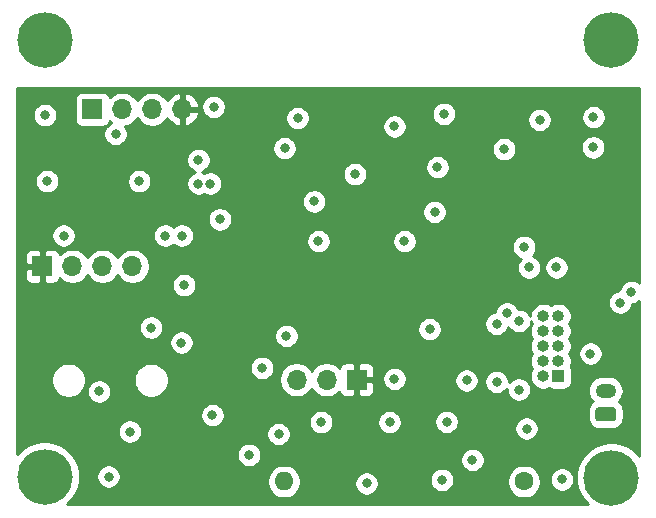
<source format=gbr>
%TF.GenerationSoftware,KiCad,Pcbnew,5.1.10-88a1d61d58~90~ubuntu20.04.1*%
%TF.CreationDate,2021-11-15T19:50:34+00:00*%
%TF.ProjectId,daughter_board,64617567-6874-4657-925f-626f6172642e,rev?*%
%TF.SameCoordinates,Original*%
%TF.FileFunction,Copper,L3,Inr*%
%TF.FilePolarity,Positive*%
%FSLAX46Y46*%
G04 Gerber Fmt 4.6, Leading zero omitted, Abs format (unit mm)*
G04 Created by KiCad (PCBNEW 5.1.10-88a1d61d58~90~ubuntu20.04.1) date 2021-11-15 19:50:34*
%MOMM*%
%LPD*%
G01*
G04 APERTURE LIST*
%TA.AperFunction,ComponentPad*%
%ADD10O,1.700000X1.700000*%
%TD*%
%TA.AperFunction,ComponentPad*%
%ADD11R,1.700000X1.700000*%
%TD*%
%TA.AperFunction,ComponentPad*%
%ADD12O,1.750000X1.200000*%
%TD*%
%TA.AperFunction,ComponentPad*%
%ADD13O,1.600000X1.600000*%
%TD*%
%TA.AperFunction,ComponentPad*%
%ADD14C,1.600000*%
%TD*%
%TA.AperFunction,ComponentPad*%
%ADD15C,4.700000*%
%TD*%
%TA.AperFunction,ComponentPad*%
%ADD16O,1.000000X1.000000*%
%TD*%
%TA.AperFunction,ComponentPad*%
%ADD17R,1.000000X1.000000*%
%TD*%
%TA.AperFunction,ViaPad*%
%ADD18C,0.800000*%
%TD*%
%TA.AperFunction,Conductor*%
%ADD19C,0.254000*%
%TD*%
%TA.AperFunction,Conductor*%
%ADD20C,0.150000*%
%TD*%
G04 APERTURE END LIST*
D10*
%TO.N,/SDA*%
%TO.C,AHT10*%
X113420000Y-113200000D03*
%TO.N,/SCL*%
X110880000Y-113200000D03*
%TO.N,GND*%
X108340000Y-113200000D03*
D11*
%TO.N,VDD*%
X105800000Y-113200000D03*
%TD*%
D12*
%TO.N,/VBAT*%
%TO.C,J5*%
X153490000Y-123730000D03*
%TO.N,GND*%
%TA.AperFunction,ComponentPad*%
G36*
G01*
X154115001Y-126330000D02*
X152864999Y-126330000D01*
G75*
G02*
X152615000Y-126080001I0J249999D01*
G01*
X152615000Y-125379999D01*
G75*
G02*
X152864999Y-125130000I249999J0D01*
G01*
X154115001Y-125130000D01*
G75*
G02*
X154365000Y-125379999I0J-249999D01*
G01*
X154365000Y-126080001D01*
G75*
G02*
X154115001Y-126330000I-249999J0D01*
G01*
G37*
%TD.AperFunction*%
%TD*%
D13*
%TO.N,GND*%
%TO.C,SW3*%
X126240000Y-131420000D03*
D14*
%TO.N,/DIO_23*%
X146560000Y-131420000D03*
%TD*%
D15*
%TO.N,N/C*%
%TO.C,H4*%
X153970000Y-131090000D03*
%TD*%
%TO.N,N/C*%
%TO.C,H3*%
X106000000Y-131000000D03*
%TD*%
%TO.N,N/C*%
%TO.C,H2*%
X153980000Y-94050000D03*
%TD*%
%TO.N,N/C*%
%TO.C,H1*%
X106000000Y-94070000D03*
%TD*%
D10*
%TO.N,GND*%
%TO.C,J4*%
X127320000Y-122800000D03*
%TO.N,/DIO_23*%
X129860000Y-122800000D03*
D11*
%TO.N,VDD*%
X132400000Y-122800000D03*
%TD*%
D16*
%TO.N,/XDS_RESET*%
%TO.C,J3*%
X148210000Y-117420000D03*
%TO.N,GND*%
X149480000Y-117420000D03*
%TO.N,/XDS_TDI*%
X148210000Y-118690000D03*
%TO.N,N/C*%
X149480000Y-118690000D03*
%TO.N,/XDS_TDO*%
X148210000Y-119960000D03*
%TO.N,GND*%
X149480000Y-119960000D03*
%TO.N,/XDS_TCK*%
X148210000Y-121230000D03*
%TO.N,GND*%
X149480000Y-121230000D03*
%TO.N,/XDS-TMS*%
X148210000Y-122500000D03*
D17*
%TO.N,VCC*%
X149480000Y-122500000D03*
%TD*%
D10*
%TO.N,VDD*%
%TO.C,J1*%
X117645000Y-99900000D03*
%TO.N,/UART_RXD*%
X115105000Y-99900000D03*
%TO.N,/UART_TXD*%
X112565000Y-99900000D03*
D11*
%TO.N,GND*%
X110025000Y-99900000D03*
%TD*%
D18*
%TO.N,GND*%
X142200000Y-129600000D03*
X115000000Y-118400000D03*
X124400000Y-121800000D03*
X106200000Y-106000000D03*
X112000000Y-102000000D03*
X110600000Y-123800000D03*
X114000000Y-106000000D03*
X117570000Y-119670000D03*
X120200000Y-125800000D03*
X125800000Y-127400000D03*
X133240000Y-131590000D03*
X139620000Y-131280000D03*
X149790000Y-131250000D03*
X146800000Y-126940000D03*
X140030000Y-126370000D03*
X141710000Y-122870000D03*
X135600000Y-122730000D03*
X154720000Y-116270000D03*
X152200000Y-120600000D03*
X147000000Y-113290000D03*
X149320000Y-113290000D03*
X119000000Y-104200000D03*
X117800000Y-114800000D03*
X107600000Y-110600000D03*
X152450000Y-100575000D03*
X127400000Y-100650000D03*
X106000000Y-100400000D03*
X135600000Y-101350000D03*
X129175000Y-111075000D03*
X136450000Y-111075000D03*
X144900000Y-103275000D03*
X152425000Y-103125000D03*
X132250000Y-105400000D03*
X139250000Y-104800000D03*
X139000000Y-108600000D03*
X128800000Y-107700000D03*
X126300000Y-103200000D03*
X120300000Y-99700000D03*
X147900000Y-100800000D03*
X139800000Y-100300000D03*
X135200000Y-126400000D03*
X129400000Y-126400000D03*
X111400000Y-131000000D03*
X113200000Y-127200000D03*
%TO.N,Net-(R2-Pad2)*%
X126450000Y-119100000D03*
%TO.N,/SPI_SCLK*%
X116200000Y-110600000D03*
%TO.N,/SPI_MOSI*%
X117600000Y-110600000D03*
%TO.N,/SPI_MISO*%
X120820000Y-109220000D03*
%TO.N,/FLASH_CS*%
X138575000Y-118525000D03*
%TO.N,/SDA*%
X120000000Y-106200000D03*
%TO.N,/SCL*%
X119000000Y-106200000D03*
%TO.N,VDD*%
X111400000Y-110600000D03*
X123912500Y-124487500D03*
X149200000Y-104000000D03*
X153800000Y-106800000D03*
X151870000Y-111730000D03*
%TO.N,Net-(R2-Pad1)*%
X155675000Y-115375000D03*
%TO.N,/DIO_23*%
X144260000Y-118070000D03*
X144260000Y-122990000D03*
%TO.N,/DIO_24*%
X145130000Y-117190000D03*
X123300000Y-129170000D03*
%TO.N,/VBAT*%
X146130000Y-123640000D03*
X146130000Y-117820000D03*
X146590000Y-111550000D03*
%TD*%
D19*
%TO.N,VDD*%
X156340001Y-98126333D02*
X156340000Y-114576289D01*
X156334774Y-114571063D01*
X156165256Y-114457795D01*
X155976898Y-114379774D01*
X155776939Y-114340000D01*
X155573061Y-114340000D01*
X155373102Y-114379774D01*
X155184744Y-114457795D01*
X155015226Y-114571063D01*
X154871063Y-114715226D01*
X154757795Y-114884744D01*
X154679774Y-115073102D01*
X154647571Y-115235000D01*
X154618061Y-115235000D01*
X154418102Y-115274774D01*
X154229744Y-115352795D01*
X154060226Y-115466063D01*
X153916063Y-115610226D01*
X153802795Y-115779744D01*
X153724774Y-115968102D01*
X153685000Y-116168061D01*
X153685000Y-116371939D01*
X153724774Y-116571898D01*
X153802795Y-116760256D01*
X153916063Y-116929774D01*
X154060226Y-117073937D01*
X154229744Y-117187205D01*
X154418102Y-117265226D01*
X154618061Y-117305000D01*
X154821939Y-117305000D01*
X155021898Y-117265226D01*
X155210256Y-117187205D01*
X155379774Y-117073937D01*
X155523937Y-116929774D01*
X155637205Y-116760256D01*
X155715226Y-116571898D01*
X155747429Y-116410000D01*
X155776939Y-116410000D01*
X155976898Y-116370226D01*
X156165256Y-116292205D01*
X156334774Y-116178937D01*
X156340000Y-116173711D01*
X156340000Y-129264098D01*
X156288601Y-129187174D01*
X155872826Y-128771399D01*
X155383928Y-128444727D01*
X154840692Y-128219712D01*
X154263997Y-128105000D01*
X153676003Y-128105000D01*
X153099308Y-128219712D01*
X152556072Y-128444727D01*
X152067174Y-128771399D01*
X151651399Y-129187174D01*
X151324727Y-129676072D01*
X151099712Y-130219308D01*
X150985000Y-130796003D01*
X150985000Y-131383997D01*
X151099712Y-131960692D01*
X151324727Y-132503928D01*
X151651399Y-132992826D01*
X151998573Y-133340000D01*
X107870800Y-133340000D01*
X107902826Y-133318601D01*
X108318601Y-132902826D01*
X108645273Y-132413928D01*
X108870288Y-131870692D01*
X108985000Y-131293997D01*
X108985000Y-130898061D01*
X110365000Y-130898061D01*
X110365000Y-131101939D01*
X110404774Y-131301898D01*
X110482795Y-131490256D01*
X110596063Y-131659774D01*
X110740226Y-131803937D01*
X110909744Y-131917205D01*
X111098102Y-131995226D01*
X111298061Y-132035000D01*
X111501939Y-132035000D01*
X111701898Y-131995226D01*
X111890256Y-131917205D01*
X112059774Y-131803937D01*
X112203937Y-131659774D01*
X112317205Y-131490256D01*
X112395226Y-131301898D01*
X112399847Y-131278665D01*
X124805000Y-131278665D01*
X124805000Y-131561335D01*
X124860147Y-131838574D01*
X124968320Y-132099727D01*
X125125363Y-132334759D01*
X125325241Y-132534637D01*
X125560273Y-132691680D01*
X125821426Y-132799853D01*
X126098665Y-132855000D01*
X126381335Y-132855000D01*
X126658574Y-132799853D01*
X126919727Y-132691680D01*
X127154759Y-132534637D01*
X127354637Y-132334759D01*
X127511680Y-132099727D01*
X127619853Y-131838574D01*
X127675000Y-131561335D01*
X127675000Y-131488061D01*
X132205000Y-131488061D01*
X132205000Y-131691939D01*
X132244774Y-131891898D01*
X132322795Y-132080256D01*
X132436063Y-132249774D01*
X132580226Y-132393937D01*
X132749744Y-132507205D01*
X132938102Y-132585226D01*
X133138061Y-132625000D01*
X133341939Y-132625000D01*
X133541898Y-132585226D01*
X133730256Y-132507205D01*
X133899774Y-132393937D01*
X134043937Y-132249774D01*
X134157205Y-132080256D01*
X134235226Y-131891898D01*
X134275000Y-131691939D01*
X134275000Y-131488061D01*
X134235226Y-131288102D01*
X134189646Y-131178061D01*
X138585000Y-131178061D01*
X138585000Y-131381939D01*
X138624774Y-131581898D01*
X138702795Y-131770256D01*
X138816063Y-131939774D01*
X138960226Y-132083937D01*
X139129744Y-132197205D01*
X139318102Y-132275226D01*
X139518061Y-132315000D01*
X139721939Y-132315000D01*
X139921898Y-132275226D01*
X140110256Y-132197205D01*
X140279774Y-132083937D01*
X140423937Y-131939774D01*
X140537205Y-131770256D01*
X140615226Y-131581898D01*
X140655000Y-131381939D01*
X140655000Y-131278665D01*
X145125000Y-131278665D01*
X145125000Y-131561335D01*
X145180147Y-131838574D01*
X145288320Y-132099727D01*
X145445363Y-132334759D01*
X145645241Y-132534637D01*
X145880273Y-132691680D01*
X146141426Y-132799853D01*
X146418665Y-132855000D01*
X146701335Y-132855000D01*
X146978574Y-132799853D01*
X147239727Y-132691680D01*
X147474759Y-132534637D01*
X147674637Y-132334759D01*
X147831680Y-132099727D01*
X147939853Y-131838574D01*
X147995000Y-131561335D01*
X147995000Y-131278665D01*
X147969021Y-131148061D01*
X148755000Y-131148061D01*
X148755000Y-131351939D01*
X148794774Y-131551898D01*
X148872795Y-131740256D01*
X148986063Y-131909774D01*
X149130226Y-132053937D01*
X149299744Y-132167205D01*
X149488102Y-132245226D01*
X149688061Y-132285000D01*
X149891939Y-132285000D01*
X150091898Y-132245226D01*
X150280256Y-132167205D01*
X150449774Y-132053937D01*
X150593937Y-131909774D01*
X150707205Y-131740256D01*
X150785226Y-131551898D01*
X150825000Y-131351939D01*
X150825000Y-131148061D01*
X150785226Y-130948102D01*
X150707205Y-130759744D01*
X150593937Y-130590226D01*
X150449774Y-130446063D01*
X150280256Y-130332795D01*
X150091898Y-130254774D01*
X149891939Y-130215000D01*
X149688061Y-130215000D01*
X149488102Y-130254774D01*
X149299744Y-130332795D01*
X149130226Y-130446063D01*
X148986063Y-130590226D01*
X148872795Y-130759744D01*
X148794774Y-130948102D01*
X148755000Y-131148061D01*
X147969021Y-131148061D01*
X147939853Y-131001426D01*
X147831680Y-130740273D01*
X147674637Y-130505241D01*
X147474759Y-130305363D01*
X147239727Y-130148320D01*
X146978574Y-130040147D01*
X146701335Y-129985000D01*
X146418665Y-129985000D01*
X146141426Y-130040147D01*
X145880273Y-130148320D01*
X145645241Y-130305363D01*
X145445363Y-130505241D01*
X145288320Y-130740273D01*
X145180147Y-131001426D01*
X145125000Y-131278665D01*
X140655000Y-131278665D01*
X140655000Y-131178061D01*
X140615226Y-130978102D01*
X140537205Y-130789744D01*
X140423937Y-130620226D01*
X140279774Y-130476063D01*
X140110256Y-130362795D01*
X139921898Y-130284774D01*
X139721939Y-130245000D01*
X139518061Y-130245000D01*
X139318102Y-130284774D01*
X139129744Y-130362795D01*
X138960226Y-130476063D01*
X138816063Y-130620226D01*
X138702795Y-130789744D01*
X138624774Y-130978102D01*
X138585000Y-131178061D01*
X134189646Y-131178061D01*
X134157205Y-131099744D01*
X134043937Y-130930226D01*
X133899774Y-130786063D01*
X133730256Y-130672795D01*
X133541898Y-130594774D01*
X133341939Y-130555000D01*
X133138061Y-130555000D01*
X132938102Y-130594774D01*
X132749744Y-130672795D01*
X132580226Y-130786063D01*
X132436063Y-130930226D01*
X132322795Y-131099744D01*
X132244774Y-131288102D01*
X132205000Y-131488061D01*
X127675000Y-131488061D01*
X127675000Y-131278665D01*
X127619853Y-131001426D01*
X127511680Y-130740273D01*
X127354637Y-130505241D01*
X127154759Y-130305363D01*
X126919727Y-130148320D01*
X126658574Y-130040147D01*
X126381335Y-129985000D01*
X126098665Y-129985000D01*
X125821426Y-130040147D01*
X125560273Y-130148320D01*
X125325241Y-130305363D01*
X125125363Y-130505241D01*
X124968320Y-130740273D01*
X124860147Y-131001426D01*
X124805000Y-131278665D01*
X112399847Y-131278665D01*
X112435000Y-131101939D01*
X112435000Y-130898061D01*
X112395226Y-130698102D01*
X112317205Y-130509744D01*
X112203937Y-130340226D01*
X112059774Y-130196063D01*
X111890256Y-130082795D01*
X111701898Y-130004774D01*
X111501939Y-129965000D01*
X111298061Y-129965000D01*
X111098102Y-130004774D01*
X110909744Y-130082795D01*
X110740226Y-130196063D01*
X110596063Y-130340226D01*
X110482795Y-130509744D01*
X110404774Y-130698102D01*
X110365000Y-130898061D01*
X108985000Y-130898061D01*
X108985000Y-130706003D01*
X108870288Y-130129308D01*
X108645273Y-129586072D01*
X108318601Y-129097174D01*
X108289488Y-129068061D01*
X122265000Y-129068061D01*
X122265000Y-129271939D01*
X122304774Y-129471898D01*
X122382795Y-129660256D01*
X122496063Y-129829774D01*
X122640226Y-129973937D01*
X122809744Y-130087205D01*
X122998102Y-130165226D01*
X123198061Y-130205000D01*
X123401939Y-130205000D01*
X123601898Y-130165226D01*
X123790256Y-130087205D01*
X123959774Y-129973937D01*
X124103937Y-129829774D01*
X124217205Y-129660256D01*
X124284388Y-129498061D01*
X141165000Y-129498061D01*
X141165000Y-129701939D01*
X141204774Y-129901898D01*
X141282795Y-130090256D01*
X141396063Y-130259774D01*
X141540226Y-130403937D01*
X141709744Y-130517205D01*
X141898102Y-130595226D01*
X142098061Y-130635000D01*
X142301939Y-130635000D01*
X142501898Y-130595226D01*
X142690256Y-130517205D01*
X142859774Y-130403937D01*
X143003937Y-130259774D01*
X143117205Y-130090256D01*
X143195226Y-129901898D01*
X143235000Y-129701939D01*
X143235000Y-129498061D01*
X143195226Y-129298102D01*
X143117205Y-129109744D01*
X143003937Y-128940226D01*
X142859774Y-128796063D01*
X142690256Y-128682795D01*
X142501898Y-128604774D01*
X142301939Y-128565000D01*
X142098061Y-128565000D01*
X141898102Y-128604774D01*
X141709744Y-128682795D01*
X141540226Y-128796063D01*
X141396063Y-128940226D01*
X141282795Y-129109744D01*
X141204774Y-129298102D01*
X141165000Y-129498061D01*
X124284388Y-129498061D01*
X124295226Y-129471898D01*
X124335000Y-129271939D01*
X124335000Y-129068061D01*
X124295226Y-128868102D01*
X124217205Y-128679744D01*
X124103937Y-128510226D01*
X123959774Y-128366063D01*
X123790256Y-128252795D01*
X123601898Y-128174774D01*
X123401939Y-128135000D01*
X123198061Y-128135000D01*
X122998102Y-128174774D01*
X122809744Y-128252795D01*
X122640226Y-128366063D01*
X122496063Y-128510226D01*
X122382795Y-128679744D01*
X122304774Y-128868102D01*
X122265000Y-129068061D01*
X108289488Y-129068061D01*
X107902826Y-128681399D01*
X107413928Y-128354727D01*
X106870692Y-128129712D01*
X106293997Y-128015000D01*
X105706003Y-128015000D01*
X105129308Y-128129712D01*
X104586072Y-128354727D01*
X104097174Y-128681399D01*
X103681399Y-129097174D01*
X103660000Y-129129200D01*
X103660000Y-127098061D01*
X112165000Y-127098061D01*
X112165000Y-127301939D01*
X112204774Y-127501898D01*
X112282795Y-127690256D01*
X112396063Y-127859774D01*
X112540226Y-128003937D01*
X112709744Y-128117205D01*
X112898102Y-128195226D01*
X113098061Y-128235000D01*
X113301939Y-128235000D01*
X113501898Y-128195226D01*
X113690256Y-128117205D01*
X113859774Y-128003937D01*
X114003937Y-127859774D01*
X114117205Y-127690256D01*
X114195226Y-127501898D01*
X114235000Y-127301939D01*
X114235000Y-127298061D01*
X124765000Y-127298061D01*
X124765000Y-127501939D01*
X124804774Y-127701898D01*
X124882795Y-127890256D01*
X124996063Y-128059774D01*
X125140226Y-128203937D01*
X125309744Y-128317205D01*
X125498102Y-128395226D01*
X125698061Y-128435000D01*
X125901939Y-128435000D01*
X126101898Y-128395226D01*
X126290256Y-128317205D01*
X126459774Y-128203937D01*
X126603937Y-128059774D01*
X126717205Y-127890256D01*
X126795226Y-127701898D01*
X126835000Y-127501939D01*
X126835000Y-127298061D01*
X126795226Y-127098102D01*
X126717205Y-126909744D01*
X126603937Y-126740226D01*
X126459774Y-126596063D01*
X126290256Y-126482795D01*
X126101898Y-126404774D01*
X125901939Y-126365000D01*
X125698061Y-126365000D01*
X125498102Y-126404774D01*
X125309744Y-126482795D01*
X125140226Y-126596063D01*
X124996063Y-126740226D01*
X124882795Y-126909744D01*
X124804774Y-127098102D01*
X124765000Y-127298061D01*
X114235000Y-127298061D01*
X114235000Y-127098061D01*
X114195226Y-126898102D01*
X114117205Y-126709744D01*
X114003937Y-126540226D01*
X113859774Y-126396063D01*
X113690256Y-126282795D01*
X113501898Y-126204774D01*
X113301939Y-126165000D01*
X113098061Y-126165000D01*
X112898102Y-126204774D01*
X112709744Y-126282795D01*
X112540226Y-126396063D01*
X112396063Y-126540226D01*
X112282795Y-126709744D01*
X112204774Y-126898102D01*
X112165000Y-127098061D01*
X103660000Y-127098061D01*
X103660000Y-125698061D01*
X119165000Y-125698061D01*
X119165000Y-125901939D01*
X119204774Y-126101898D01*
X119282795Y-126290256D01*
X119396063Y-126459774D01*
X119540226Y-126603937D01*
X119709744Y-126717205D01*
X119898102Y-126795226D01*
X120098061Y-126835000D01*
X120301939Y-126835000D01*
X120501898Y-126795226D01*
X120690256Y-126717205D01*
X120859774Y-126603937D01*
X121003937Y-126459774D01*
X121111989Y-126298061D01*
X128365000Y-126298061D01*
X128365000Y-126501939D01*
X128404774Y-126701898D01*
X128482795Y-126890256D01*
X128596063Y-127059774D01*
X128740226Y-127203937D01*
X128909744Y-127317205D01*
X129098102Y-127395226D01*
X129298061Y-127435000D01*
X129501939Y-127435000D01*
X129701898Y-127395226D01*
X129890256Y-127317205D01*
X130059774Y-127203937D01*
X130203937Y-127059774D01*
X130317205Y-126890256D01*
X130395226Y-126701898D01*
X130435000Y-126501939D01*
X130435000Y-126298061D01*
X134165000Y-126298061D01*
X134165000Y-126501939D01*
X134204774Y-126701898D01*
X134282795Y-126890256D01*
X134396063Y-127059774D01*
X134540226Y-127203937D01*
X134709744Y-127317205D01*
X134898102Y-127395226D01*
X135098061Y-127435000D01*
X135301939Y-127435000D01*
X135501898Y-127395226D01*
X135690256Y-127317205D01*
X135859774Y-127203937D01*
X136003937Y-127059774D01*
X136117205Y-126890256D01*
X136195226Y-126701898D01*
X136235000Y-126501939D01*
X136235000Y-126298061D01*
X136229033Y-126268061D01*
X138995000Y-126268061D01*
X138995000Y-126471939D01*
X139034774Y-126671898D01*
X139112795Y-126860256D01*
X139226063Y-127029774D01*
X139370226Y-127173937D01*
X139539744Y-127287205D01*
X139728102Y-127365226D01*
X139928061Y-127405000D01*
X140131939Y-127405000D01*
X140331898Y-127365226D01*
X140520256Y-127287205D01*
X140689774Y-127173937D01*
X140833937Y-127029774D01*
X140947205Y-126860256D01*
X140956398Y-126838061D01*
X145765000Y-126838061D01*
X145765000Y-127041939D01*
X145804774Y-127241898D01*
X145882795Y-127430256D01*
X145996063Y-127599774D01*
X146140226Y-127743937D01*
X146309744Y-127857205D01*
X146498102Y-127935226D01*
X146698061Y-127975000D01*
X146901939Y-127975000D01*
X147101898Y-127935226D01*
X147290256Y-127857205D01*
X147459774Y-127743937D01*
X147603937Y-127599774D01*
X147717205Y-127430256D01*
X147795226Y-127241898D01*
X147835000Y-127041939D01*
X147835000Y-126838061D01*
X147795226Y-126638102D01*
X147717205Y-126449744D01*
X147603937Y-126280226D01*
X147459774Y-126136063D01*
X147290256Y-126022795D01*
X147101898Y-125944774D01*
X146901939Y-125905000D01*
X146698061Y-125905000D01*
X146498102Y-125944774D01*
X146309744Y-126022795D01*
X146140226Y-126136063D01*
X145996063Y-126280226D01*
X145882795Y-126449744D01*
X145804774Y-126638102D01*
X145765000Y-126838061D01*
X140956398Y-126838061D01*
X141025226Y-126671898D01*
X141065000Y-126471939D01*
X141065000Y-126268061D01*
X141025226Y-126068102D01*
X140947205Y-125879744D01*
X140833937Y-125710226D01*
X140689774Y-125566063D01*
X140520256Y-125452795D01*
X140331898Y-125374774D01*
X140131939Y-125335000D01*
X139928061Y-125335000D01*
X139728102Y-125374774D01*
X139539744Y-125452795D01*
X139370226Y-125566063D01*
X139226063Y-125710226D01*
X139112795Y-125879744D01*
X139034774Y-126068102D01*
X138995000Y-126268061D01*
X136229033Y-126268061D01*
X136195226Y-126098102D01*
X136117205Y-125909744D01*
X136003937Y-125740226D01*
X135859774Y-125596063D01*
X135690256Y-125482795D01*
X135501898Y-125404774D01*
X135301939Y-125365000D01*
X135098061Y-125365000D01*
X134898102Y-125404774D01*
X134709744Y-125482795D01*
X134540226Y-125596063D01*
X134396063Y-125740226D01*
X134282795Y-125909744D01*
X134204774Y-126098102D01*
X134165000Y-126298061D01*
X130435000Y-126298061D01*
X130395226Y-126098102D01*
X130317205Y-125909744D01*
X130203937Y-125740226D01*
X130059774Y-125596063D01*
X129890256Y-125482795D01*
X129701898Y-125404774D01*
X129501939Y-125365000D01*
X129298061Y-125365000D01*
X129098102Y-125404774D01*
X128909744Y-125482795D01*
X128740226Y-125596063D01*
X128596063Y-125740226D01*
X128482795Y-125909744D01*
X128404774Y-126098102D01*
X128365000Y-126298061D01*
X121111989Y-126298061D01*
X121117205Y-126290256D01*
X121195226Y-126101898D01*
X121235000Y-125901939D01*
X121235000Y-125698061D01*
X121195226Y-125498102D01*
X121117205Y-125309744D01*
X121003937Y-125140226D01*
X120859774Y-124996063D01*
X120690256Y-124882795D01*
X120501898Y-124804774D01*
X120301939Y-124765000D01*
X120098061Y-124765000D01*
X119898102Y-124804774D01*
X119709744Y-124882795D01*
X119540226Y-124996063D01*
X119396063Y-125140226D01*
X119282795Y-125309744D01*
X119204774Y-125498102D01*
X119165000Y-125698061D01*
X103660000Y-125698061D01*
X103660000Y-122693740D01*
X106515000Y-122693740D01*
X106515000Y-122986260D01*
X106572068Y-123273158D01*
X106684010Y-123543411D01*
X106846525Y-123786632D01*
X107053368Y-123993475D01*
X107296589Y-124155990D01*
X107566842Y-124267932D01*
X107853740Y-124325000D01*
X108146260Y-124325000D01*
X108433158Y-124267932D01*
X108703411Y-124155990D01*
X108946632Y-123993475D01*
X109153475Y-123786632D01*
X109212656Y-123698061D01*
X109565000Y-123698061D01*
X109565000Y-123901939D01*
X109604774Y-124101898D01*
X109682795Y-124290256D01*
X109796063Y-124459774D01*
X109940226Y-124603937D01*
X110109744Y-124717205D01*
X110298102Y-124795226D01*
X110498061Y-124835000D01*
X110701939Y-124835000D01*
X110901898Y-124795226D01*
X111090256Y-124717205D01*
X111259774Y-124603937D01*
X111403937Y-124459774D01*
X111517205Y-124290256D01*
X111595226Y-124101898D01*
X111635000Y-123901939D01*
X111635000Y-123698061D01*
X111595226Y-123498102D01*
X111517205Y-123309744D01*
X111403937Y-123140226D01*
X111259774Y-122996063D01*
X111090256Y-122882795D01*
X110901898Y-122804774D01*
X110701939Y-122765000D01*
X110498061Y-122765000D01*
X110298102Y-122804774D01*
X110109744Y-122882795D01*
X109940226Y-122996063D01*
X109796063Y-123140226D01*
X109682795Y-123309744D01*
X109604774Y-123498102D01*
X109565000Y-123698061D01*
X109212656Y-123698061D01*
X109315990Y-123543411D01*
X109427932Y-123273158D01*
X109485000Y-122986260D01*
X109485000Y-122693740D01*
X113515000Y-122693740D01*
X113515000Y-122986260D01*
X113572068Y-123273158D01*
X113684010Y-123543411D01*
X113846525Y-123786632D01*
X114053368Y-123993475D01*
X114296589Y-124155990D01*
X114566842Y-124267932D01*
X114853740Y-124325000D01*
X115146260Y-124325000D01*
X115433158Y-124267932D01*
X115703411Y-124155990D01*
X115946632Y-123993475D01*
X116153475Y-123786632D01*
X116315990Y-123543411D01*
X116427932Y-123273158D01*
X116485000Y-122986260D01*
X116485000Y-122693740D01*
X116427932Y-122406842D01*
X116315990Y-122136589D01*
X116153475Y-121893368D01*
X115958168Y-121698061D01*
X123365000Y-121698061D01*
X123365000Y-121901939D01*
X123404774Y-122101898D01*
X123482795Y-122290256D01*
X123596063Y-122459774D01*
X123740226Y-122603937D01*
X123909744Y-122717205D01*
X124098102Y-122795226D01*
X124298061Y-122835000D01*
X124501939Y-122835000D01*
X124701898Y-122795226D01*
X124890256Y-122717205D01*
X124985238Y-122653740D01*
X125835000Y-122653740D01*
X125835000Y-122946260D01*
X125892068Y-123233158D01*
X126004010Y-123503411D01*
X126166525Y-123746632D01*
X126373368Y-123953475D01*
X126616589Y-124115990D01*
X126886842Y-124227932D01*
X127173740Y-124285000D01*
X127466260Y-124285000D01*
X127753158Y-124227932D01*
X128023411Y-124115990D01*
X128266632Y-123953475D01*
X128473475Y-123746632D01*
X128590000Y-123572240D01*
X128706525Y-123746632D01*
X128913368Y-123953475D01*
X129156589Y-124115990D01*
X129426842Y-124227932D01*
X129713740Y-124285000D01*
X130006260Y-124285000D01*
X130293158Y-124227932D01*
X130563411Y-124115990D01*
X130806632Y-123953475D01*
X130938487Y-123821620D01*
X130960498Y-123894180D01*
X131019463Y-124004494D01*
X131098815Y-124101185D01*
X131195506Y-124180537D01*
X131305820Y-124239502D01*
X131425518Y-124275812D01*
X131550000Y-124288072D01*
X132114250Y-124285000D01*
X132273000Y-124126250D01*
X132273000Y-122927000D01*
X132527000Y-122927000D01*
X132527000Y-124126250D01*
X132685750Y-124285000D01*
X133250000Y-124288072D01*
X133374482Y-124275812D01*
X133494180Y-124239502D01*
X133604494Y-124180537D01*
X133701185Y-124101185D01*
X133780537Y-124004494D01*
X133839502Y-123894180D01*
X133875812Y-123774482D01*
X133888072Y-123650000D01*
X133885000Y-123085750D01*
X133726250Y-122927000D01*
X132527000Y-122927000D01*
X132273000Y-122927000D01*
X132253000Y-122927000D01*
X132253000Y-122673000D01*
X132273000Y-122673000D01*
X132273000Y-121473750D01*
X132527000Y-121473750D01*
X132527000Y-122673000D01*
X133726250Y-122673000D01*
X133771189Y-122628061D01*
X134565000Y-122628061D01*
X134565000Y-122831939D01*
X134604774Y-123031898D01*
X134682795Y-123220256D01*
X134796063Y-123389774D01*
X134940226Y-123533937D01*
X135109744Y-123647205D01*
X135298102Y-123725226D01*
X135498061Y-123765000D01*
X135701939Y-123765000D01*
X135901898Y-123725226D01*
X136090256Y-123647205D01*
X136259774Y-123533937D01*
X136403937Y-123389774D01*
X136517205Y-123220256D01*
X136595226Y-123031898D01*
X136635000Y-122831939D01*
X136635000Y-122768061D01*
X140675000Y-122768061D01*
X140675000Y-122971939D01*
X140714774Y-123171898D01*
X140792795Y-123360256D01*
X140906063Y-123529774D01*
X141050226Y-123673937D01*
X141219744Y-123787205D01*
X141408102Y-123865226D01*
X141608061Y-123905000D01*
X141811939Y-123905000D01*
X142011898Y-123865226D01*
X142200256Y-123787205D01*
X142369774Y-123673937D01*
X142513937Y-123529774D01*
X142627205Y-123360256D01*
X142705226Y-123171898D01*
X142745000Y-122971939D01*
X142745000Y-122888061D01*
X143225000Y-122888061D01*
X143225000Y-123091939D01*
X143264774Y-123291898D01*
X143342795Y-123480256D01*
X143456063Y-123649774D01*
X143600226Y-123793937D01*
X143769744Y-123907205D01*
X143958102Y-123985226D01*
X144158061Y-124025000D01*
X144361939Y-124025000D01*
X144561898Y-123985226D01*
X144750256Y-123907205D01*
X144919774Y-123793937D01*
X145063937Y-123649774D01*
X145095000Y-123603285D01*
X145095000Y-123741939D01*
X145134774Y-123941898D01*
X145212795Y-124130256D01*
X145326063Y-124299774D01*
X145470226Y-124443937D01*
X145639744Y-124557205D01*
X145828102Y-124635226D01*
X146028061Y-124675000D01*
X146231939Y-124675000D01*
X146431898Y-124635226D01*
X146620256Y-124557205D01*
X146789774Y-124443937D01*
X146933937Y-124299774D01*
X147047205Y-124130256D01*
X147125226Y-123941898D01*
X147165000Y-123741939D01*
X147165000Y-123730000D01*
X151974025Y-123730000D01*
X151997870Y-123972102D01*
X152068489Y-124204901D01*
X152183167Y-124419449D01*
X152337498Y-124607502D01*
X152376111Y-124639191D01*
X152371613Y-124641595D01*
X152237038Y-124752038D01*
X152126595Y-124886613D01*
X152044528Y-125040149D01*
X151993992Y-125206745D01*
X151976928Y-125379999D01*
X151976928Y-126080001D01*
X151993992Y-126253255D01*
X152044528Y-126419851D01*
X152126595Y-126573387D01*
X152237038Y-126707962D01*
X152371613Y-126818405D01*
X152525149Y-126900472D01*
X152691745Y-126951008D01*
X152864999Y-126968072D01*
X154115001Y-126968072D01*
X154288255Y-126951008D01*
X154454851Y-126900472D01*
X154608387Y-126818405D01*
X154742962Y-126707962D01*
X154853405Y-126573387D01*
X154935472Y-126419851D01*
X154986008Y-126253255D01*
X155003072Y-126080001D01*
X155003072Y-125379999D01*
X154986008Y-125206745D01*
X154935472Y-125040149D01*
X154853405Y-124886613D01*
X154742962Y-124752038D01*
X154608387Y-124641595D01*
X154603889Y-124639191D01*
X154642502Y-124607502D01*
X154796833Y-124419449D01*
X154911511Y-124204901D01*
X154982130Y-123972102D01*
X155005975Y-123730000D01*
X154982130Y-123487898D01*
X154911511Y-123255099D01*
X154796833Y-123040551D01*
X154642502Y-122852498D01*
X154454449Y-122698167D01*
X154239901Y-122583489D01*
X154007102Y-122512870D01*
X153825665Y-122495000D01*
X153154335Y-122495000D01*
X152972898Y-122512870D01*
X152740099Y-122583489D01*
X152525551Y-122698167D01*
X152337498Y-122852498D01*
X152183167Y-123040551D01*
X152068489Y-123255099D01*
X151997870Y-123487898D01*
X151974025Y-123730000D01*
X147165000Y-123730000D01*
X147165000Y-123538061D01*
X147125226Y-123338102D01*
X147047205Y-123149744D01*
X146933937Y-122980226D01*
X146789774Y-122836063D01*
X146620256Y-122722795D01*
X146431898Y-122644774D01*
X146231939Y-122605000D01*
X146028061Y-122605000D01*
X145828102Y-122644774D01*
X145639744Y-122722795D01*
X145470226Y-122836063D01*
X145326063Y-122980226D01*
X145295000Y-123026715D01*
X145295000Y-122888061D01*
X145255226Y-122688102D01*
X145177205Y-122499744D01*
X145063937Y-122330226D01*
X144919774Y-122186063D01*
X144750256Y-122072795D01*
X144561898Y-121994774D01*
X144361939Y-121955000D01*
X144158061Y-121955000D01*
X143958102Y-121994774D01*
X143769744Y-122072795D01*
X143600226Y-122186063D01*
X143456063Y-122330226D01*
X143342795Y-122499744D01*
X143264774Y-122688102D01*
X143225000Y-122888061D01*
X142745000Y-122888061D01*
X142745000Y-122768061D01*
X142705226Y-122568102D01*
X142627205Y-122379744D01*
X142513937Y-122210226D01*
X142369774Y-122066063D01*
X142200256Y-121952795D01*
X142011898Y-121874774D01*
X141811939Y-121835000D01*
X141608061Y-121835000D01*
X141408102Y-121874774D01*
X141219744Y-121952795D01*
X141050226Y-122066063D01*
X140906063Y-122210226D01*
X140792795Y-122379744D01*
X140714774Y-122568102D01*
X140675000Y-122768061D01*
X136635000Y-122768061D01*
X136635000Y-122628061D01*
X136595226Y-122428102D01*
X136517205Y-122239744D01*
X136403937Y-122070226D01*
X136259774Y-121926063D01*
X136090256Y-121812795D01*
X135901898Y-121734774D01*
X135701939Y-121695000D01*
X135498061Y-121695000D01*
X135298102Y-121734774D01*
X135109744Y-121812795D01*
X134940226Y-121926063D01*
X134796063Y-122070226D01*
X134682795Y-122239744D01*
X134604774Y-122428102D01*
X134565000Y-122628061D01*
X133771189Y-122628061D01*
X133885000Y-122514250D01*
X133888072Y-121950000D01*
X133875812Y-121825518D01*
X133839502Y-121705820D01*
X133780537Y-121595506D01*
X133701185Y-121498815D01*
X133604494Y-121419463D01*
X133494180Y-121360498D01*
X133374482Y-121324188D01*
X133250000Y-121311928D01*
X132685750Y-121315000D01*
X132527000Y-121473750D01*
X132273000Y-121473750D01*
X132114250Y-121315000D01*
X131550000Y-121311928D01*
X131425518Y-121324188D01*
X131305820Y-121360498D01*
X131195506Y-121419463D01*
X131098815Y-121498815D01*
X131019463Y-121595506D01*
X130960498Y-121705820D01*
X130938487Y-121778380D01*
X130806632Y-121646525D01*
X130563411Y-121484010D01*
X130293158Y-121372068D01*
X130006260Y-121315000D01*
X129713740Y-121315000D01*
X129426842Y-121372068D01*
X129156589Y-121484010D01*
X128913368Y-121646525D01*
X128706525Y-121853368D01*
X128590000Y-122027760D01*
X128473475Y-121853368D01*
X128266632Y-121646525D01*
X128023411Y-121484010D01*
X127753158Y-121372068D01*
X127466260Y-121315000D01*
X127173740Y-121315000D01*
X126886842Y-121372068D01*
X126616589Y-121484010D01*
X126373368Y-121646525D01*
X126166525Y-121853368D01*
X126004010Y-122096589D01*
X125892068Y-122366842D01*
X125835000Y-122653740D01*
X124985238Y-122653740D01*
X125059774Y-122603937D01*
X125203937Y-122459774D01*
X125317205Y-122290256D01*
X125395226Y-122101898D01*
X125435000Y-121901939D01*
X125435000Y-121698061D01*
X125395226Y-121498102D01*
X125317205Y-121309744D01*
X125203937Y-121140226D01*
X125059774Y-120996063D01*
X124890256Y-120882795D01*
X124701898Y-120804774D01*
X124501939Y-120765000D01*
X124298061Y-120765000D01*
X124098102Y-120804774D01*
X123909744Y-120882795D01*
X123740226Y-120996063D01*
X123596063Y-121140226D01*
X123482795Y-121309744D01*
X123404774Y-121498102D01*
X123365000Y-121698061D01*
X115958168Y-121698061D01*
X115946632Y-121686525D01*
X115703411Y-121524010D01*
X115433158Y-121412068D01*
X115146260Y-121355000D01*
X114853740Y-121355000D01*
X114566842Y-121412068D01*
X114296589Y-121524010D01*
X114053368Y-121686525D01*
X113846525Y-121893368D01*
X113684010Y-122136589D01*
X113572068Y-122406842D01*
X113515000Y-122693740D01*
X109485000Y-122693740D01*
X109427932Y-122406842D01*
X109315990Y-122136589D01*
X109153475Y-121893368D01*
X108946632Y-121686525D01*
X108703411Y-121524010D01*
X108433158Y-121412068D01*
X108146260Y-121355000D01*
X107853740Y-121355000D01*
X107566842Y-121412068D01*
X107296589Y-121524010D01*
X107053368Y-121686525D01*
X106846525Y-121893368D01*
X106684010Y-122136589D01*
X106572068Y-122406842D01*
X106515000Y-122693740D01*
X103660000Y-122693740D01*
X103660000Y-119568061D01*
X116535000Y-119568061D01*
X116535000Y-119771939D01*
X116574774Y-119971898D01*
X116652795Y-120160256D01*
X116766063Y-120329774D01*
X116910226Y-120473937D01*
X117079744Y-120587205D01*
X117268102Y-120665226D01*
X117468061Y-120705000D01*
X117671939Y-120705000D01*
X117871898Y-120665226D01*
X118060256Y-120587205D01*
X118229774Y-120473937D01*
X118373937Y-120329774D01*
X118487205Y-120160256D01*
X118565226Y-119971898D01*
X118605000Y-119771939D01*
X118605000Y-119568061D01*
X118565226Y-119368102D01*
X118487205Y-119179744D01*
X118373937Y-119010226D01*
X118361772Y-118998061D01*
X125415000Y-118998061D01*
X125415000Y-119201939D01*
X125454774Y-119401898D01*
X125532795Y-119590256D01*
X125646063Y-119759774D01*
X125790226Y-119903937D01*
X125959744Y-120017205D01*
X126148102Y-120095226D01*
X126348061Y-120135000D01*
X126551939Y-120135000D01*
X126751898Y-120095226D01*
X126940256Y-120017205D01*
X127109774Y-119903937D01*
X127253937Y-119759774D01*
X127367205Y-119590256D01*
X127445226Y-119401898D01*
X127485000Y-119201939D01*
X127485000Y-118998061D01*
X127445226Y-118798102D01*
X127367205Y-118609744D01*
X127253937Y-118440226D01*
X127236772Y-118423061D01*
X137540000Y-118423061D01*
X137540000Y-118626939D01*
X137579774Y-118826898D01*
X137657795Y-119015256D01*
X137771063Y-119184774D01*
X137915226Y-119328937D01*
X138084744Y-119442205D01*
X138273102Y-119520226D01*
X138473061Y-119560000D01*
X138676939Y-119560000D01*
X138876898Y-119520226D01*
X139065256Y-119442205D01*
X139234774Y-119328937D01*
X139378937Y-119184774D01*
X139492205Y-119015256D01*
X139570226Y-118826898D01*
X139610000Y-118626939D01*
X139610000Y-118423061D01*
X139570226Y-118223102D01*
X139492205Y-118034744D01*
X139447649Y-117968061D01*
X143225000Y-117968061D01*
X143225000Y-118171939D01*
X143264774Y-118371898D01*
X143342795Y-118560256D01*
X143456063Y-118729774D01*
X143600226Y-118873937D01*
X143769744Y-118987205D01*
X143958102Y-119065226D01*
X144158061Y-119105000D01*
X144361939Y-119105000D01*
X144561898Y-119065226D01*
X144750256Y-118987205D01*
X144919774Y-118873937D01*
X145063937Y-118729774D01*
X145177205Y-118560256D01*
X145254750Y-118373047D01*
X145326063Y-118479774D01*
X145470226Y-118623937D01*
X145639744Y-118737205D01*
X145828102Y-118815226D01*
X146028061Y-118855000D01*
X146231939Y-118855000D01*
X146431898Y-118815226D01*
X146620256Y-118737205D01*
X146789774Y-118623937D01*
X146933937Y-118479774D01*
X147047205Y-118310256D01*
X147125226Y-118121898D01*
X147165000Y-117921939D01*
X147165000Y-117863045D01*
X147204176Y-117957624D01*
X147269241Y-118055000D01*
X147204176Y-118152376D01*
X147118617Y-118358933D01*
X147075000Y-118578212D01*
X147075000Y-118801788D01*
X147118617Y-119021067D01*
X147204176Y-119227624D01*
X147269241Y-119325000D01*
X147204176Y-119422376D01*
X147118617Y-119628933D01*
X147075000Y-119848212D01*
X147075000Y-120071788D01*
X147118617Y-120291067D01*
X147204176Y-120497624D01*
X147269241Y-120595000D01*
X147204176Y-120692376D01*
X147118617Y-120898933D01*
X147075000Y-121118212D01*
X147075000Y-121341788D01*
X147118617Y-121561067D01*
X147204176Y-121767624D01*
X147269241Y-121865000D01*
X147204176Y-121962376D01*
X147118617Y-122168933D01*
X147075000Y-122388212D01*
X147075000Y-122611788D01*
X147118617Y-122831067D01*
X147204176Y-123037624D01*
X147328388Y-123223520D01*
X147486480Y-123381612D01*
X147672376Y-123505824D01*
X147878933Y-123591383D01*
X148098212Y-123635000D01*
X148321788Y-123635000D01*
X148541067Y-123591383D01*
X148652774Y-123545112D01*
X148735820Y-123589502D01*
X148855518Y-123625812D01*
X148980000Y-123638072D01*
X149980000Y-123638072D01*
X150104482Y-123625812D01*
X150224180Y-123589502D01*
X150334494Y-123530537D01*
X150431185Y-123451185D01*
X150510537Y-123354494D01*
X150569502Y-123244180D01*
X150605812Y-123124482D01*
X150618072Y-123000000D01*
X150618072Y-122000000D01*
X150605812Y-121875518D01*
X150569502Y-121755820D01*
X150525112Y-121672774D01*
X150571383Y-121561067D01*
X150615000Y-121341788D01*
X150615000Y-121118212D01*
X150571383Y-120898933D01*
X150485824Y-120692376D01*
X150420759Y-120595000D01*
X150485532Y-120498061D01*
X151165000Y-120498061D01*
X151165000Y-120701939D01*
X151204774Y-120901898D01*
X151282795Y-121090256D01*
X151396063Y-121259774D01*
X151540226Y-121403937D01*
X151709744Y-121517205D01*
X151898102Y-121595226D01*
X152098061Y-121635000D01*
X152301939Y-121635000D01*
X152501898Y-121595226D01*
X152690256Y-121517205D01*
X152859774Y-121403937D01*
X153003937Y-121259774D01*
X153117205Y-121090256D01*
X153195226Y-120901898D01*
X153235000Y-120701939D01*
X153235000Y-120498061D01*
X153195226Y-120298102D01*
X153117205Y-120109744D01*
X153003937Y-119940226D01*
X152859774Y-119796063D01*
X152690256Y-119682795D01*
X152501898Y-119604774D01*
X152301939Y-119565000D01*
X152098061Y-119565000D01*
X151898102Y-119604774D01*
X151709744Y-119682795D01*
X151540226Y-119796063D01*
X151396063Y-119940226D01*
X151282795Y-120109744D01*
X151204774Y-120298102D01*
X151165000Y-120498061D01*
X150485532Y-120498061D01*
X150485824Y-120497624D01*
X150571383Y-120291067D01*
X150615000Y-120071788D01*
X150615000Y-119848212D01*
X150571383Y-119628933D01*
X150485824Y-119422376D01*
X150420759Y-119325000D01*
X150485824Y-119227624D01*
X150571383Y-119021067D01*
X150615000Y-118801788D01*
X150615000Y-118578212D01*
X150571383Y-118358933D01*
X150485824Y-118152376D01*
X150420759Y-118055000D01*
X150485824Y-117957624D01*
X150571383Y-117751067D01*
X150615000Y-117531788D01*
X150615000Y-117308212D01*
X150571383Y-117088933D01*
X150485824Y-116882376D01*
X150361612Y-116696480D01*
X150203520Y-116538388D01*
X150017624Y-116414176D01*
X149811067Y-116328617D01*
X149591788Y-116285000D01*
X149368212Y-116285000D01*
X149148933Y-116328617D01*
X148942376Y-116414176D01*
X148845000Y-116479241D01*
X148747624Y-116414176D01*
X148541067Y-116328617D01*
X148321788Y-116285000D01*
X148098212Y-116285000D01*
X147878933Y-116328617D01*
X147672376Y-116414176D01*
X147486480Y-116538388D01*
X147328388Y-116696480D01*
X147204176Y-116882376D01*
X147118617Y-117088933D01*
X147075000Y-117308212D01*
X147075000Y-117396847D01*
X147047205Y-117329744D01*
X146933937Y-117160226D01*
X146789774Y-117016063D01*
X146620256Y-116902795D01*
X146431898Y-116824774D01*
X146231939Y-116785000D01*
X146082519Y-116785000D01*
X146047205Y-116699744D01*
X145933937Y-116530226D01*
X145789774Y-116386063D01*
X145620256Y-116272795D01*
X145431898Y-116194774D01*
X145231939Y-116155000D01*
X145028061Y-116155000D01*
X144828102Y-116194774D01*
X144639744Y-116272795D01*
X144470226Y-116386063D01*
X144326063Y-116530226D01*
X144212795Y-116699744D01*
X144134774Y-116888102D01*
X144103391Y-117045874D01*
X143958102Y-117074774D01*
X143769744Y-117152795D01*
X143600226Y-117266063D01*
X143456063Y-117410226D01*
X143342795Y-117579744D01*
X143264774Y-117768102D01*
X143225000Y-117968061D01*
X139447649Y-117968061D01*
X139378937Y-117865226D01*
X139234774Y-117721063D01*
X139065256Y-117607795D01*
X138876898Y-117529774D01*
X138676939Y-117490000D01*
X138473061Y-117490000D01*
X138273102Y-117529774D01*
X138084744Y-117607795D01*
X137915226Y-117721063D01*
X137771063Y-117865226D01*
X137657795Y-118034744D01*
X137579774Y-118223102D01*
X137540000Y-118423061D01*
X127236772Y-118423061D01*
X127109774Y-118296063D01*
X126940256Y-118182795D01*
X126751898Y-118104774D01*
X126551939Y-118065000D01*
X126348061Y-118065000D01*
X126148102Y-118104774D01*
X125959744Y-118182795D01*
X125790226Y-118296063D01*
X125646063Y-118440226D01*
X125532795Y-118609744D01*
X125454774Y-118798102D01*
X125415000Y-118998061D01*
X118361772Y-118998061D01*
X118229774Y-118866063D01*
X118060256Y-118752795D01*
X117871898Y-118674774D01*
X117671939Y-118635000D01*
X117468061Y-118635000D01*
X117268102Y-118674774D01*
X117079744Y-118752795D01*
X116910226Y-118866063D01*
X116766063Y-119010226D01*
X116652795Y-119179744D01*
X116574774Y-119368102D01*
X116535000Y-119568061D01*
X103660000Y-119568061D01*
X103660000Y-118298061D01*
X113965000Y-118298061D01*
X113965000Y-118501939D01*
X114004774Y-118701898D01*
X114082795Y-118890256D01*
X114196063Y-119059774D01*
X114340226Y-119203937D01*
X114509744Y-119317205D01*
X114698102Y-119395226D01*
X114898061Y-119435000D01*
X115101939Y-119435000D01*
X115301898Y-119395226D01*
X115490256Y-119317205D01*
X115659774Y-119203937D01*
X115803937Y-119059774D01*
X115917205Y-118890256D01*
X115995226Y-118701898D01*
X116035000Y-118501939D01*
X116035000Y-118298061D01*
X115995226Y-118098102D01*
X115917205Y-117909744D01*
X115803937Y-117740226D01*
X115659774Y-117596063D01*
X115490256Y-117482795D01*
X115301898Y-117404774D01*
X115101939Y-117365000D01*
X114898061Y-117365000D01*
X114698102Y-117404774D01*
X114509744Y-117482795D01*
X114340226Y-117596063D01*
X114196063Y-117740226D01*
X114082795Y-117909744D01*
X114004774Y-118098102D01*
X113965000Y-118298061D01*
X103660000Y-118298061D01*
X103660000Y-114698061D01*
X116765000Y-114698061D01*
X116765000Y-114901939D01*
X116804774Y-115101898D01*
X116882795Y-115290256D01*
X116996063Y-115459774D01*
X117140226Y-115603937D01*
X117309744Y-115717205D01*
X117498102Y-115795226D01*
X117698061Y-115835000D01*
X117901939Y-115835000D01*
X118101898Y-115795226D01*
X118290256Y-115717205D01*
X118459774Y-115603937D01*
X118603937Y-115459774D01*
X118717205Y-115290256D01*
X118795226Y-115101898D01*
X118835000Y-114901939D01*
X118835000Y-114698061D01*
X118795226Y-114498102D01*
X118717205Y-114309744D01*
X118603937Y-114140226D01*
X118459774Y-113996063D01*
X118290256Y-113882795D01*
X118101898Y-113804774D01*
X117901939Y-113765000D01*
X117698061Y-113765000D01*
X117498102Y-113804774D01*
X117309744Y-113882795D01*
X117140226Y-113996063D01*
X116996063Y-114140226D01*
X116882795Y-114309744D01*
X116804774Y-114498102D01*
X116765000Y-114698061D01*
X103660000Y-114698061D01*
X103660000Y-114050000D01*
X104311928Y-114050000D01*
X104324188Y-114174482D01*
X104360498Y-114294180D01*
X104419463Y-114404494D01*
X104498815Y-114501185D01*
X104595506Y-114580537D01*
X104705820Y-114639502D01*
X104825518Y-114675812D01*
X104950000Y-114688072D01*
X105514250Y-114685000D01*
X105673000Y-114526250D01*
X105673000Y-113327000D01*
X104473750Y-113327000D01*
X104315000Y-113485750D01*
X104311928Y-114050000D01*
X103660000Y-114050000D01*
X103660000Y-112350000D01*
X104311928Y-112350000D01*
X104315000Y-112914250D01*
X104473750Y-113073000D01*
X105673000Y-113073000D01*
X105673000Y-111873750D01*
X105927000Y-111873750D01*
X105927000Y-113073000D01*
X105947000Y-113073000D01*
X105947000Y-113327000D01*
X105927000Y-113327000D01*
X105927000Y-114526250D01*
X106085750Y-114685000D01*
X106650000Y-114688072D01*
X106774482Y-114675812D01*
X106894180Y-114639502D01*
X107004494Y-114580537D01*
X107101185Y-114501185D01*
X107180537Y-114404494D01*
X107239502Y-114294180D01*
X107261513Y-114221620D01*
X107393368Y-114353475D01*
X107636589Y-114515990D01*
X107906842Y-114627932D01*
X108193740Y-114685000D01*
X108486260Y-114685000D01*
X108773158Y-114627932D01*
X109043411Y-114515990D01*
X109286632Y-114353475D01*
X109493475Y-114146632D01*
X109610000Y-113972240D01*
X109726525Y-114146632D01*
X109933368Y-114353475D01*
X110176589Y-114515990D01*
X110446842Y-114627932D01*
X110733740Y-114685000D01*
X111026260Y-114685000D01*
X111313158Y-114627932D01*
X111583411Y-114515990D01*
X111826632Y-114353475D01*
X112033475Y-114146632D01*
X112150000Y-113972240D01*
X112266525Y-114146632D01*
X112473368Y-114353475D01*
X112716589Y-114515990D01*
X112986842Y-114627932D01*
X113273740Y-114685000D01*
X113566260Y-114685000D01*
X113853158Y-114627932D01*
X114123411Y-114515990D01*
X114366632Y-114353475D01*
X114573475Y-114146632D01*
X114735990Y-113903411D01*
X114847932Y-113633158D01*
X114905000Y-113346260D01*
X114905000Y-113053740D01*
X114847932Y-112766842D01*
X114735990Y-112496589D01*
X114573475Y-112253368D01*
X114366632Y-112046525D01*
X114123411Y-111884010D01*
X113853158Y-111772068D01*
X113566260Y-111715000D01*
X113273740Y-111715000D01*
X112986842Y-111772068D01*
X112716589Y-111884010D01*
X112473368Y-112046525D01*
X112266525Y-112253368D01*
X112150000Y-112427760D01*
X112033475Y-112253368D01*
X111826632Y-112046525D01*
X111583411Y-111884010D01*
X111313158Y-111772068D01*
X111026260Y-111715000D01*
X110733740Y-111715000D01*
X110446842Y-111772068D01*
X110176589Y-111884010D01*
X109933368Y-112046525D01*
X109726525Y-112253368D01*
X109610000Y-112427760D01*
X109493475Y-112253368D01*
X109286632Y-112046525D01*
X109043411Y-111884010D01*
X108773158Y-111772068D01*
X108486260Y-111715000D01*
X108193740Y-111715000D01*
X107906842Y-111772068D01*
X107636589Y-111884010D01*
X107393368Y-112046525D01*
X107261513Y-112178380D01*
X107239502Y-112105820D01*
X107180537Y-111995506D01*
X107101185Y-111898815D01*
X107004494Y-111819463D01*
X106894180Y-111760498D01*
X106774482Y-111724188D01*
X106650000Y-111711928D01*
X106085750Y-111715000D01*
X105927000Y-111873750D01*
X105673000Y-111873750D01*
X105514250Y-111715000D01*
X104950000Y-111711928D01*
X104825518Y-111724188D01*
X104705820Y-111760498D01*
X104595506Y-111819463D01*
X104498815Y-111898815D01*
X104419463Y-111995506D01*
X104360498Y-112105820D01*
X104324188Y-112225518D01*
X104311928Y-112350000D01*
X103660000Y-112350000D01*
X103660000Y-110498061D01*
X106565000Y-110498061D01*
X106565000Y-110701939D01*
X106604774Y-110901898D01*
X106682795Y-111090256D01*
X106796063Y-111259774D01*
X106940226Y-111403937D01*
X107109744Y-111517205D01*
X107298102Y-111595226D01*
X107498061Y-111635000D01*
X107701939Y-111635000D01*
X107901898Y-111595226D01*
X108090256Y-111517205D01*
X108259774Y-111403937D01*
X108403937Y-111259774D01*
X108517205Y-111090256D01*
X108595226Y-110901898D01*
X108635000Y-110701939D01*
X108635000Y-110498061D01*
X115165000Y-110498061D01*
X115165000Y-110701939D01*
X115204774Y-110901898D01*
X115282795Y-111090256D01*
X115396063Y-111259774D01*
X115540226Y-111403937D01*
X115709744Y-111517205D01*
X115898102Y-111595226D01*
X116098061Y-111635000D01*
X116301939Y-111635000D01*
X116501898Y-111595226D01*
X116690256Y-111517205D01*
X116859774Y-111403937D01*
X116900000Y-111363711D01*
X116940226Y-111403937D01*
X117109744Y-111517205D01*
X117298102Y-111595226D01*
X117498061Y-111635000D01*
X117701939Y-111635000D01*
X117901898Y-111595226D01*
X118090256Y-111517205D01*
X118259774Y-111403937D01*
X118403937Y-111259774D01*
X118517205Y-111090256D01*
X118565749Y-110973061D01*
X128140000Y-110973061D01*
X128140000Y-111176939D01*
X128179774Y-111376898D01*
X128257795Y-111565256D01*
X128371063Y-111734774D01*
X128515226Y-111878937D01*
X128684744Y-111992205D01*
X128873102Y-112070226D01*
X129073061Y-112110000D01*
X129276939Y-112110000D01*
X129476898Y-112070226D01*
X129665256Y-111992205D01*
X129834774Y-111878937D01*
X129978937Y-111734774D01*
X130092205Y-111565256D01*
X130170226Y-111376898D01*
X130210000Y-111176939D01*
X130210000Y-110973061D01*
X135415000Y-110973061D01*
X135415000Y-111176939D01*
X135454774Y-111376898D01*
X135532795Y-111565256D01*
X135646063Y-111734774D01*
X135790226Y-111878937D01*
X135959744Y-111992205D01*
X136148102Y-112070226D01*
X136348061Y-112110000D01*
X136551939Y-112110000D01*
X136751898Y-112070226D01*
X136940256Y-111992205D01*
X137109774Y-111878937D01*
X137253937Y-111734774D01*
X137367205Y-111565256D01*
X137415749Y-111448061D01*
X145555000Y-111448061D01*
X145555000Y-111651939D01*
X145594774Y-111851898D01*
X145672795Y-112040256D01*
X145786063Y-112209774D01*
X145930226Y-112353937D01*
X146099744Y-112467205D01*
X146283125Y-112543164D01*
X146196063Y-112630226D01*
X146082795Y-112799744D01*
X146004774Y-112988102D01*
X145965000Y-113188061D01*
X145965000Y-113391939D01*
X146004774Y-113591898D01*
X146082795Y-113780256D01*
X146196063Y-113949774D01*
X146340226Y-114093937D01*
X146509744Y-114207205D01*
X146698102Y-114285226D01*
X146898061Y-114325000D01*
X147101939Y-114325000D01*
X147301898Y-114285226D01*
X147490256Y-114207205D01*
X147659774Y-114093937D01*
X147803937Y-113949774D01*
X147917205Y-113780256D01*
X147995226Y-113591898D01*
X148035000Y-113391939D01*
X148035000Y-113188061D01*
X148285000Y-113188061D01*
X148285000Y-113391939D01*
X148324774Y-113591898D01*
X148402795Y-113780256D01*
X148516063Y-113949774D01*
X148660226Y-114093937D01*
X148829744Y-114207205D01*
X149018102Y-114285226D01*
X149218061Y-114325000D01*
X149421939Y-114325000D01*
X149621898Y-114285226D01*
X149810256Y-114207205D01*
X149979774Y-114093937D01*
X150123937Y-113949774D01*
X150237205Y-113780256D01*
X150315226Y-113591898D01*
X150355000Y-113391939D01*
X150355000Y-113188061D01*
X150315226Y-112988102D01*
X150237205Y-112799744D01*
X150123937Y-112630226D01*
X149979774Y-112486063D01*
X149810256Y-112372795D01*
X149621898Y-112294774D01*
X149421939Y-112255000D01*
X149218061Y-112255000D01*
X149018102Y-112294774D01*
X148829744Y-112372795D01*
X148660226Y-112486063D01*
X148516063Y-112630226D01*
X148402795Y-112799744D01*
X148324774Y-112988102D01*
X148285000Y-113188061D01*
X148035000Y-113188061D01*
X147995226Y-112988102D01*
X147917205Y-112799744D01*
X147803937Y-112630226D01*
X147659774Y-112486063D01*
X147490256Y-112372795D01*
X147306875Y-112296836D01*
X147393937Y-112209774D01*
X147507205Y-112040256D01*
X147585226Y-111851898D01*
X147625000Y-111651939D01*
X147625000Y-111448061D01*
X147585226Y-111248102D01*
X147507205Y-111059744D01*
X147393937Y-110890226D01*
X147249774Y-110746063D01*
X147080256Y-110632795D01*
X146891898Y-110554774D01*
X146691939Y-110515000D01*
X146488061Y-110515000D01*
X146288102Y-110554774D01*
X146099744Y-110632795D01*
X145930226Y-110746063D01*
X145786063Y-110890226D01*
X145672795Y-111059744D01*
X145594774Y-111248102D01*
X145555000Y-111448061D01*
X137415749Y-111448061D01*
X137445226Y-111376898D01*
X137485000Y-111176939D01*
X137485000Y-110973061D01*
X137445226Y-110773102D01*
X137367205Y-110584744D01*
X137253937Y-110415226D01*
X137109774Y-110271063D01*
X136940256Y-110157795D01*
X136751898Y-110079774D01*
X136551939Y-110040000D01*
X136348061Y-110040000D01*
X136148102Y-110079774D01*
X135959744Y-110157795D01*
X135790226Y-110271063D01*
X135646063Y-110415226D01*
X135532795Y-110584744D01*
X135454774Y-110773102D01*
X135415000Y-110973061D01*
X130210000Y-110973061D01*
X130170226Y-110773102D01*
X130092205Y-110584744D01*
X129978937Y-110415226D01*
X129834774Y-110271063D01*
X129665256Y-110157795D01*
X129476898Y-110079774D01*
X129276939Y-110040000D01*
X129073061Y-110040000D01*
X128873102Y-110079774D01*
X128684744Y-110157795D01*
X128515226Y-110271063D01*
X128371063Y-110415226D01*
X128257795Y-110584744D01*
X128179774Y-110773102D01*
X128140000Y-110973061D01*
X118565749Y-110973061D01*
X118595226Y-110901898D01*
X118635000Y-110701939D01*
X118635000Y-110498061D01*
X118595226Y-110298102D01*
X118517205Y-110109744D01*
X118403937Y-109940226D01*
X118259774Y-109796063D01*
X118090256Y-109682795D01*
X117901898Y-109604774D01*
X117701939Y-109565000D01*
X117498061Y-109565000D01*
X117298102Y-109604774D01*
X117109744Y-109682795D01*
X116940226Y-109796063D01*
X116900000Y-109836289D01*
X116859774Y-109796063D01*
X116690256Y-109682795D01*
X116501898Y-109604774D01*
X116301939Y-109565000D01*
X116098061Y-109565000D01*
X115898102Y-109604774D01*
X115709744Y-109682795D01*
X115540226Y-109796063D01*
X115396063Y-109940226D01*
X115282795Y-110109744D01*
X115204774Y-110298102D01*
X115165000Y-110498061D01*
X108635000Y-110498061D01*
X108595226Y-110298102D01*
X108517205Y-110109744D01*
X108403937Y-109940226D01*
X108259774Y-109796063D01*
X108090256Y-109682795D01*
X107901898Y-109604774D01*
X107701939Y-109565000D01*
X107498061Y-109565000D01*
X107298102Y-109604774D01*
X107109744Y-109682795D01*
X106940226Y-109796063D01*
X106796063Y-109940226D01*
X106682795Y-110109744D01*
X106604774Y-110298102D01*
X106565000Y-110498061D01*
X103660000Y-110498061D01*
X103660000Y-109118061D01*
X119785000Y-109118061D01*
X119785000Y-109321939D01*
X119824774Y-109521898D01*
X119902795Y-109710256D01*
X120016063Y-109879774D01*
X120160226Y-110023937D01*
X120329744Y-110137205D01*
X120518102Y-110215226D01*
X120718061Y-110255000D01*
X120921939Y-110255000D01*
X121121898Y-110215226D01*
X121310256Y-110137205D01*
X121479774Y-110023937D01*
X121623937Y-109879774D01*
X121737205Y-109710256D01*
X121815226Y-109521898D01*
X121855000Y-109321939D01*
X121855000Y-109118061D01*
X121815226Y-108918102D01*
X121737205Y-108729744D01*
X121623937Y-108560226D01*
X121479774Y-108416063D01*
X121310256Y-108302795D01*
X121121898Y-108224774D01*
X120921939Y-108185000D01*
X120718061Y-108185000D01*
X120518102Y-108224774D01*
X120329744Y-108302795D01*
X120160226Y-108416063D01*
X120016063Y-108560226D01*
X119902795Y-108729744D01*
X119824774Y-108918102D01*
X119785000Y-109118061D01*
X103660000Y-109118061D01*
X103660000Y-107598061D01*
X127765000Y-107598061D01*
X127765000Y-107801939D01*
X127804774Y-108001898D01*
X127882795Y-108190256D01*
X127996063Y-108359774D01*
X128140226Y-108503937D01*
X128309744Y-108617205D01*
X128498102Y-108695226D01*
X128698061Y-108735000D01*
X128901939Y-108735000D01*
X129101898Y-108695226D01*
X129290256Y-108617205D01*
X129459774Y-108503937D01*
X129465650Y-108498061D01*
X137965000Y-108498061D01*
X137965000Y-108701939D01*
X138004774Y-108901898D01*
X138082795Y-109090256D01*
X138196063Y-109259774D01*
X138340226Y-109403937D01*
X138509744Y-109517205D01*
X138698102Y-109595226D01*
X138898061Y-109635000D01*
X139101939Y-109635000D01*
X139301898Y-109595226D01*
X139490256Y-109517205D01*
X139659774Y-109403937D01*
X139803937Y-109259774D01*
X139917205Y-109090256D01*
X139995226Y-108901898D01*
X140035000Y-108701939D01*
X140035000Y-108498061D01*
X139995226Y-108298102D01*
X139917205Y-108109744D01*
X139803937Y-107940226D01*
X139659774Y-107796063D01*
X139490256Y-107682795D01*
X139301898Y-107604774D01*
X139101939Y-107565000D01*
X138898061Y-107565000D01*
X138698102Y-107604774D01*
X138509744Y-107682795D01*
X138340226Y-107796063D01*
X138196063Y-107940226D01*
X138082795Y-108109744D01*
X138004774Y-108298102D01*
X137965000Y-108498061D01*
X129465650Y-108498061D01*
X129603937Y-108359774D01*
X129717205Y-108190256D01*
X129795226Y-108001898D01*
X129835000Y-107801939D01*
X129835000Y-107598061D01*
X129795226Y-107398102D01*
X129717205Y-107209744D01*
X129603937Y-107040226D01*
X129459774Y-106896063D01*
X129290256Y-106782795D01*
X129101898Y-106704774D01*
X128901939Y-106665000D01*
X128698061Y-106665000D01*
X128498102Y-106704774D01*
X128309744Y-106782795D01*
X128140226Y-106896063D01*
X127996063Y-107040226D01*
X127882795Y-107209744D01*
X127804774Y-107398102D01*
X127765000Y-107598061D01*
X103660000Y-107598061D01*
X103660000Y-105898061D01*
X105165000Y-105898061D01*
X105165000Y-106101939D01*
X105204774Y-106301898D01*
X105282795Y-106490256D01*
X105396063Y-106659774D01*
X105540226Y-106803937D01*
X105709744Y-106917205D01*
X105898102Y-106995226D01*
X106098061Y-107035000D01*
X106301939Y-107035000D01*
X106501898Y-106995226D01*
X106690256Y-106917205D01*
X106859774Y-106803937D01*
X107003937Y-106659774D01*
X107117205Y-106490256D01*
X107195226Y-106301898D01*
X107235000Y-106101939D01*
X107235000Y-105898061D01*
X112965000Y-105898061D01*
X112965000Y-106101939D01*
X113004774Y-106301898D01*
X113082795Y-106490256D01*
X113196063Y-106659774D01*
X113340226Y-106803937D01*
X113509744Y-106917205D01*
X113698102Y-106995226D01*
X113898061Y-107035000D01*
X114101939Y-107035000D01*
X114301898Y-106995226D01*
X114490256Y-106917205D01*
X114659774Y-106803937D01*
X114803937Y-106659774D01*
X114917205Y-106490256D01*
X114995226Y-106301898D01*
X115035000Y-106101939D01*
X115035000Y-105898061D01*
X114995226Y-105698102D01*
X114917205Y-105509744D01*
X114803937Y-105340226D01*
X114659774Y-105196063D01*
X114490256Y-105082795D01*
X114301898Y-105004774D01*
X114101939Y-104965000D01*
X113898061Y-104965000D01*
X113698102Y-105004774D01*
X113509744Y-105082795D01*
X113340226Y-105196063D01*
X113196063Y-105340226D01*
X113082795Y-105509744D01*
X113004774Y-105698102D01*
X112965000Y-105898061D01*
X107235000Y-105898061D01*
X107195226Y-105698102D01*
X107117205Y-105509744D01*
X107003937Y-105340226D01*
X106859774Y-105196063D01*
X106690256Y-105082795D01*
X106501898Y-105004774D01*
X106301939Y-104965000D01*
X106098061Y-104965000D01*
X105898102Y-105004774D01*
X105709744Y-105082795D01*
X105540226Y-105196063D01*
X105396063Y-105340226D01*
X105282795Y-105509744D01*
X105204774Y-105698102D01*
X105165000Y-105898061D01*
X103660000Y-105898061D01*
X103660000Y-104098061D01*
X117965000Y-104098061D01*
X117965000Y-104301939D01*
X118004774Y-104501898D01*
X118082795Y-104690256D01*
X118196063Y-104859774D01*
X118340226Y-105003937D01*
X118509744Y-105117205D01*
X118698102Y-105195226D01*
X118722103Y-105200000D01*
X118698102Y-105204774D01*
X118509744Y-105282795D01*
X118340226Y-105396063D01*
X118196063Y-105540226D01*
X118082795Y-105709744D01*
X118004774Y-105898102D01*
X117965000Y-106098061D01*
X117965000Y-106301939D01*
X118004774Y-106501898D01*
X118082795Y-106690256D01*
X118196063Y-106859774D01*
X118340226Y-107003937D01*
X118509744Y-107117205D01*
X118698102Y-107195226D01*
X118898061Y-107235000D01*
X119101939Y-107235000D01*
X119301898Y-107195226D01*
X119490256Y-107117205D01*
X119500000Y-107110694D01*
X119509744Y-107117205D01*
X119698102Y-107195226D01*
X119898061Y-107235000D01*
X120101939Y-107235000D01*
X120301898Y-107195226D01*
X120490256Y-107117205D01*
X120659774Y-107003937D01*
X120803937Y-106859774D01*
X120917205Y-106690256D01*
X120995226Y-106501898D01*
X121035000Y-106301939D01*
X121035000Y-106098061D01*
X120995226Y-105898102D01*
X120917205Y-105709744D01*
X120803937Y-105540226D01*
X120659774Y-105396063D01*
X120513104Y-105298061D01*
X131215000Y-105298061D01*
X131215000Y-105501939D01*
X131254774Y-105701898D01*
X131332795Y-105890256D01*
X131446063Y-106059774D01*
X131590226Y-106203937D01*
X131759744Y-106317205D01*
X131948102Y-106395226D01*
X132148061Y-106435000D01*
X132351939Y-106435000D01*
X132551898Y-106395226D01*
X132740256Y-106317205D01*
X132909774Y-106203937D01*
X133053937Y-106059774D01*
X133167205Y-105890256D01*
X133245226Y-105701898D01*
X133285000Y-105501939D01*
X133285000Y-105298061D01*
X133245226Y-105098102D01*
X133167205Y-104909744D01*
X133053937Y-104740226D01*
X133011772Y-104698061D01*
X138215000Y-104698061D01*
X138215000Y-104901939D01*
X138254774Y-105101898D01*
X138332795Y-105290256D01*
X138446063Y-105459774D01*
X138590226Y-105603937D01*
X138759744Y-105717205D01*
X138948102Y-105795226D01*
X139148061Y-105835000D01*
X139351939Y-105835000D01*
X139551898Y-105795226D01*
X139740256Y-105717205D01*
X139909774Y-105603937D01*
X140053937Y-105459774D01*
X140167205Y-105290256D01*
X140245226Y-105101898D01*
X140285000Y-104901939D01*
X140285000Y-104698061D01*
X140245226Y-104498102D01*
X140167205Y-104309744D01*
X140053937Y-104140226D01*
X139909774Y-103996063D01*
X139740256Y-103882795D01*
X139551898Y-103804774D01*
X139351939Y-103765000D01*
X139148061Y-103765000D01*
X138948102Y-103804774D01*
X138759744Y-103882795D01*
X138590226Y-103996063D01*
X138446063Y-104140226D01*
X138332795Y-104309744D01*
X138254774Y-104498102D01*
X138215000Y-104698061D01*
X133011772Y-104698061D01*
X132909774Y-104596063D01*
X132740256Y-104482795D01*
X132551898Y-104404774D01*
X132351939Y-104365000D01*
X132148061Y-104365000D01*
X131948102Y-104404774D01*
X131759744Y-104482795D01*
X131590226Y-104596063D01*
X131446063Y-104740226D01*
X131332795Y-104909744D01*
X131254774Y-105098102D01*
X131215000Y-105298061D01*
X120513104Y-105298061D01*
X120490256Y-105282795D01*
X120301898Y-105204774D01*
X120101939Y-105165000D01*
X119898061Y-105165000D01*
X119698102Y-105204774D01*
X119509744Y-105282795D01*
X119500000Y-105289306D01*
X119490256Y-105282795D01*
X119301898Y-105204774D01*
X119277897Y-105200000D01*
X119301898Y-105195226D01*
X119490256Y-105117205D01*
X119659774Y-105003937D01*
X119803937Y-104859774D01*
X119917205Y-104690256D01*
X119995226Y-104501898D01*
X120035000Y-104301939D01*
X120035000Y-104098061D01*
X119995226Y-103898102D01*
X119917205Y-103709744D01*
X119803937Y-103540226D01*
X119659774Y-103396063D01*
X119490256Y-103282795D01*
X119301898Y-103204774D01*
X119101939Y-103165000D01*
X118898061Y-103165000D01*
X118698102Y-103204774D01*
X118509744Y-103282795D01*
X118340226Y-103396063D01*
X118196063Y-103540226D01*
X118082795Y-103709744D01*
X118004774Y-103898102D01*
X117965000Y-104098061D01*
X103660000Y-104098061D01*
X103660000Y-103098061D01*
X125265000Y-103098061D01*
X125265000Y-103301939D01*
X125304774Y-103501898D01*
X125382795Y-103690256D01*
X125496063Y-103859774D01*
X125640226Y-104003937D01*
X125809744Y-104117205D01*
X125998102Y-104195226D01*
X126198061Y-104235000D01*
X126401939Y-104235000D01*
X126601898Y-104195226D01*
X126790256Y-104117205D01*
X126959774Y-104003937D01*
X127103937Y-103859774D01*
X127217205Y-103690256D01*
X127295226Y-103501898D01*
X127335000Y-103301939D01*
X127335000Y-103173061D01*
X143865000Y-103173061D01*
X143865000Y-103376939D01*
X143904774Y-103576898D01*
X143982795Y-103765256D01*
X144096063Y-103934774D01*
X144240226Y-104078937D01*
X144409744Y-104192205D01*
X144598102Y-104270226D01*
X144798061Y-104310000D01*
X145001939Y-104310000D01*
X145201898Y-104270226D01*
X145390256Y-104192205D01*
X145559774Y-104078937D01*
X145703937Y-103934774D01*
X145817205Y-103765256D01*
X145895226Y-103576898D01*
X145935000Y-103376939D01*
X145935000Y-103173061D01*
X145905164Y-103023061D01*
X151390000Y-103023061D01*
X151390000Y-103226939D01*
X151429774Y-103426898D01*
X151507795Y-103615256D01*
X151621063Y-103784774D01*
X151765226Y-103928937D01*
X151934744Y-104042205D01*
X152123102Y-104120226D01*
X152323061Y-104160000D01*
X152526939Y-104160000D01*
X152726898Y-104120226D01*
X152915256Y-104042205D01*
X153084774Y-103928937D01*
X153228937Y-103784774D01*
X153342205Y-103615256D01*
X153420226Y-103426898D01*
X153460000Y-103226939D01*
X153460000Y-103023061D01*
X153420226Y-102823102D01*
X153342205Y-102634744D01*
X153228937Y-102465226D01*
X153084774Y-102321063D01*
X152915256Y-102207795D01*
X152726898Y-102129774D01*
X152526939Y-102090000D01*
X152323061Y-102090000D01*
X152123102Y-102129774D01*
X151934744Y-102207795D01*
X151765226Y-102321063D01*
X151621063Y-102465226D01*
X151507795Y-102634744D01*
X151429774Y-102823102D01*
X151390000Y-103023061D01*
X145905164Y-103023061D01*
X145895226Y-102973102D01*
X145817205Y-102784744D01*
X145703937Y-102615226D01*
X145559774Y-102471063D01*
X145390256Y-102357795D01*
X145201898Y-102279774D01*
X145001939Y-102240000D01*
X144798061Y-102240000D01*
X144598102Y-102279774D01*
X144409744Y-102357795D01*
X144240226Y-102471063D01*
X144096063Y-102615226D01*
X143982795Y-102784744D01*
X143904774Y-102973102D01*
X143865000Y-103173061D01*
X127335000Y-103173061D01*
X127335000Y-103098061D01*
X127295226Y-102898102D01*
X127217205Y-102709744D01*
X127103937Y-102540226D01*
X126959774Y-102396063D01*
X126790256Y-102282795D01*
X126601898Y-102204774D01*
X126401939Y-102165000D01*
X126198061Y-102165000D01*
X125998102Y-102204774D01*
X125809744Y-102282795D01*
X125640226Y-102396063D01*
X125496063Y-102540226D01*
X125382795Y-102709744D01*
X125304774Y-102898102D01*
X125265000Y-103098061D01*
X103660000Y-103098061D01*
X103660000Y-100298061D01*
X104965000Y-100298061D01*
X104965000Y-100501939D01*
X105004774Y-100701898D01*
X105082795Y-100890256D01*
X105196063Y-101059774D01*
X105340226Y-101203937D01*
X105509744Y-101317205D01*
X105698102Y-101395226D01*
X105898061Y-101435000D01*
X106101939Y-101435000D01*
X106301898Y-101395226D01*
X106490256Y-101317205D01*
X106659774Y-101203937D01*
X106803937Y-101059774D01*
X106917205Y-100890256D01*
X106995226Y-100701898D01*
X107035000Y-100501939D01*
X107035000Y-100298061D01*
X106995226Y-100098102D01*
X106917205Y-99909744D01*
X106803937Y-99740226D01*
X106659774Y-99596063D01*
X106490256Y-99482795D01*
X106301898Y-99404774D01*
X106101939Y-99365000D01*
X105898061Y-99365000D01*
X105698102Y-99404774D01*
X105509744Y-99482795D01*
X105340226Y-99596063D01*
X105196063Y-99740226D01*
X105082795Y-99909744D01*
X105004774Y-100098102D01*
X104965000Y-100298061D01*
X103660000Y-100298061D01*
X103660000Y-99050000D01*
X108536928Y-99050000D01*
X108536928Y-100750000D01*
X108549188Y-100874482D01*
X108585498Y-100994180D01*
X108644463Y-101104494D01*
X108723815Y-101201185D01*
X108820506Y-101280537D01*
X108930820Y-101339502D01*
X109050518Y-101375812D01*
X109175000Y-101388072D01*
X110875000Y-101388072D01*
X110999482Y-101375812D01*
X111119180Y-101339502D01*
X111229494Y-101280537D01*
X111326185Y-101201185D01*
X111405537Y-101104494D01*
X111464502Y-100994180D01*
X111486513Y-100921620D01*
X111607285Y-101042392D01*
X111509744Y-101082795D01*
X111340226Y-101196063D01*
X111196063Y-101340226D01*
X111082795Y-101509744D01*
X111004774Y-101698102D01*
X110965000Y-101898061D01*
X110965000Y-102101939D01*
X111004774Y-102301898D01*
X111082795Y-102490256D01*
X111196063Y-102659774D01*
X111340226Y-102803937D01*
X111509744Y-102917205D01*
X111698102Y-102995226D01*
X111898061Y-103035000D01*
X112101939Y-103035000D01*
X112301898Y-102995226D01*
X112490256Y-102917205D01*
X112659774Y-102803937D01*
X112803937Y-102659774D01*
X112917205Y-102490256D01*
X112995226Y-102301898D01*
X113035000Y-102101939D01*
X113035000Y-101898061D01*
X112995226Y-101698102D01*
X112917205Y-101509744D01*
X112819472Y-101363475D01*
X112998158Y-101327932D01*
X113268411Y-101215990D01*
X113511632Y-101053475D01*
X113718475Y-100846632D01*
X113835000Y-100672240D01*
X113951525Y-100846632D01*
X114158368Y-101053475D01*
X114401589Y-101215990D01*
X114671842Y-101327932D01*
X114958740Y-101385000D01*
X115251260Y-101385000D01*
X115538158Y-101327932D01*
X115808411Y-101215990D01*
X116051632Y-101053475D01*
X116258475Y-100846632D01*
X116380195Y-100664466D01*
X116449822Y-100781355D01*
X116644731Y-100997588D01*
X116878080Y-101171641D01*
X117140901Y-101296825D01*
X117288110Y-101341476D01*
X117518000Y-101220155D01*
X117518000Y-100027000D01*
X117772000Y-100027000D01*
X117772000Y-101220155D01*
X118001890Y-101341476D01*
X118149099Y-101296825D01*
X118411920Y-101171641D01*
X118645269Y-100997588D01*
X118840178Y-100781355D01*
X118989157Y-100531252D01*
X119086481Y-100256891D01*
X118965814Y-100027000D01*
X117772000Y-100027000D01*
X117518000Y-100027000D01*
X117498000Y-100027000D01*
X117498000Y-99773000D01*
X117518000Y-99773000D01*
X117518000Y-98579845D01*
X117772000Y-98579845D01*
X117772000Y-99773000D01*
X118965814Y-99773000D01*
X119057637Y-99598061D01*
X119265000Y-99598061D01*
X119265000Y-99801939D01*
X119304774Y-100001898D01*
X119382795Y-100190256D01*
X119496063Y-100359774D01*
X119640226Y-100503937D01*
X119809744Y-100617205D01*
X119998102Y-100695226D01*
X120198061Y-100735000D01*
X120401939Y-100735000D01*
X120601898Y-100695226D01*
X120790256Y-100617205D01*
X120893737Y-100548061D01*
X126365000Y-100548061D01*
X126365000Y-100751939D01*
X126404774Y-100951898D01*
X126482795Y-101140256D01*
X126596063Y-101309774D01*
X126740226Y-101453937D01*
X126909744Y-101567205D01*
X127098102Y-101645226D01*
X127298061Y-101685000D01*
X127501939Y-101685000D01*
X127701898Y-101645226D01*
X127890256Y-101567205D01*
X128059774Y-101453937D01*
X128203937Y-101309774D01*
X128245172Y-101248061D01*
X134565000Y-101248061D01*
X134565000Y-101451939D01*
X134604774Y-101651898D01*
X134682795Y-101840256D01*
X134796063Y-102009774D01*
X134940226Y-102153937D01*
X135109744Y-102267205D01*
X135298102Y-102345226D01*
X135498061Y-102385000D01*
X135701939Y-102385000D01*
X135901898Y-102345226D01*
X136090256Y-102267205D01*
X136259774Y-102153937D01*
X136403937Y-102009774D01*
X136517205Y-101840256D01*
X136595226Y-101651898D01*
X136635000Y-101451939D01*
X136635000Y-101248061D01*
X136595226Y-101048102D01*
X136517205Y-100859744D01*
X136403937Y-100690226D01*
X136259774Y-100546063D01*
X136090256Y-100432795D01*
X135901898Y-100354774D01*
X135701939Y-100315000D01*
X135498061Y-100315000D01*
X135298102Y-100354774D01*
X135109744Y-100432795D01*
X134940226Y-100546063D01*
X134796063Y-100690226D01*
X134682795Y-100859744D01*
X134604774Y-101048102D01*
X134565000Y-101248061D01*
X128245172Y-101248061D01*
X128317205Y-101140256D01*
X128395226Y-100951898D01*
X128435000Y-100751939D01*
X128435000Y-100548061D01*
X128395226Y-100348102D01*
X128333077Y-100198061D01*
X138765000Y-100198061D01*
X138765000Y-100401939D01*
X138804774Y-100601898D01*
X138882795Y-100790256D01*
X138996063Y-100959774D01*
X139140226Y-101103937D01*
X139309744Y-101217205D01*
X139498102Y-101295226D01*
X139698061Y-101335000D01*
X139901939Y-101335000D01*
X140101898Y-101295226D01*
X140290256Y-101217205D01*
X140459774Y-101103937D01*
X140603937Y-100959774D01*
X140717205Y-100790256D01*
X140755393Y-100698061D01*
X146865000Y-100698061D01*
X146865000Y-100901939D01*
X146904774Y-101101898D01*
X146982795Y-101290256D01*
X147096063Y-101459774D01*
X147240226Y-101603937D01*
X147409744Y-101717205D01*
X147598102Y-101795226D01*
X147798061Y-101835000D01*
X148001939Y-101835000D01*
X148201898Y-101795226D01*
X148390256Y-101717205D01*
X148559774Y-101603937D01*
X148703937Y-101459774D01*
X148817205Y-101290256D01*
X148895226Y-101101898D01*
X148935000Y-100901939D01*
X148935000Y-100698061D01*
X148895226Y-100498102D01*
X148884854Y-100473061D01*
X151415000Y-100473061D01*
X151415000Y-100676939D01*
X151454774Y-100876898D01*
X151532795Y-101065256D01*
X151646063Y-101234774D01*
X151790226Y-101378937D01*
X151959744Y-101492205D01*
X152148102Y-101570226D01*
X152348061Y-101610000D01*
X152551939Y-101610000D01*
X152751898Y-101570226D01*
X152940256Y-101492205D01*
X153109774Y-101378937D01*
X153253937Y-101234774D01*
X153367205Y-101065256D01*
X153445226Y-100876898D01*
X153485000Y-100676939D01*
X153485000Y-100473061D01*
X153445226Y-100273102D01*
X153367205Y-100084744D01*
X153253937Y-99915226D01*
X153109774Y-99771063D01*
X152940256Y-99657795D01*
X152751898Y-99579774D01*
X152551939Y-99540000D01*
X152348061Y-99540000D01*
X152148102Y-99579774D01*
X151959744Y-99657795D01*
X151790226Y-99771063D01*
X151646063Y-99915226D01*
X151532795Y-100084744D01*
X151454774Y-100273102D01*
X151415000Y-100473061D01*
X148884854Y-100473061D01*
X148817205Y-100309744D01*
X148703937Y-100140226D01*
X148559774Y-99996063D01*
X148390256Y-99882795D01*
X148201898Y-99804774D01*
X148001939Y-99765000D01*
X147798061Y-99765000D01*
X147598102Y-99804774D01*
X147409744Y-99882795D01*
X147240226Y-99996063D01*
X147096063Y-100140226D01*
X146982795Y-100309744D01*
X146904774Y-100498102D01*
X146865000Y-100698061D01*
X140755393Y-100698061D01*
X140795226Y-100601898D01*
X140835000Y-100401939D01*
X140835000Y-100198061D01*
X140795226Y-99998102D01*
X140717205Y-99809744D01*
X140603937Y-99640226D01*
X140459774Y-99496063D01*
X140290256Y-99382795D01*
X140101898Y-99304774D01*
X139901939Y-99265000D01*
X139698061Y-99265000D01*
X139498102Y-99304774D01*
X139309744Y-99382795D01*
X139140226Y-99496063D01*
X138996063Y-99640226D01*
X138882795Y-99809744D01*
X138804774Y-99998102D01*
X138765000Y-100198061D01*
X128333077Y-100198061D01*
X128317205Y-100159744D01*
X128203937Y-99990226D01*
X128059774Y-99846063D01*
X127890256Y-99732795D01*
X127701898Y-99654774D01*
X127501939Y-99615000D01*
X127298061Y-99615000D01*
X127098102Y-99654774D01*
X126909744Y-99732795D01*
X126740226Y-99846063D01*
X126596063Y-99990226D01*
X126482795Y-100159744D01*
X126404774Y-100348102D01*
X126365000Y-100548061D01*
X120893737Y-100548061D01*
X120959774Y-100503937D01*
X121103937Y-100359774D01*
X121217205Y-100190256D01*
X121295226Y-100001898D01*
X121335000Y-99801939D01*
X121335000Y-99598061D01*
X121295226Y-99398102D01*
X121217205Y-99209744D01*
X121103937Y-99040226D01*
X120959774Y-98896063D01*
X120790256Y-98782795D01*
X120601898Y-98704774D01*
X120401939Y-98665000D01*
X120198061Y-98665000D01*
X119998102Y-98704774D01*
X119809744Y-98782795D01*
X119640226Y-98896063D01*
X119496063Y-99040226D01*
X119382795Y-99209744D01*
X119304774Y-99398102D01*
X119265000Y-99598061D01*
X119057637Y-99598061D01*
X119086481Y-99543109D01*
X118989157Y-99268748D01*
X118840178Y-99018645D01*
X118645269Y-98802412D01*
X118411920Y-98628359D01*
X118149099Y-98503175D01*
X118001890Y-98458524D01*
X117772000Y-98579845D01*
X117518000Y-98579845D01*
X117288110Y-98458524D01*
X117140901Y-98503175D01*
X116878080Y-98628359D01*
X116644731Y-98802412D01*
X116449822Y-99018645D01*
X116380195Y-99135534D01*
X116258475Y-98953368D01*
X116051632Y-98746525D01*
X115808411Y-98584010D01*
X115538158Y-98472068D01*
X115251260Y-98415000D01*
X114958740Y-98415000D01*
X114671842Y-98472068D01*
X114401589Y-98584010D01*
X114158368Y-98746525D01*
X113951525Y-98953368D01*
X113835000Y-99127760D01*
X113718475Y-98953368D01*
X113511632Y-98746525D01*
X113268411Y-98584010D01*
X112998158Y-98472068D01*
X112711260Y-98415000D01*
X112418740Y-98415000D01*
X112131842Y-98472068D01*
X111861589Y-98584010D01*
X111618368Y-98746525D01*
X111486513Y-98878380D01*
X111464502Y-98805820D01*
X111405537Y-98695506D01*
X111326185Y-98598815D01*
X111229494Y-98519463D01*
X111119180Y-98460498D01*
X110999482Y-98424188D01*
X110875000Y-98411928D01*
X109175000Y-98411928D01*
X109050518Y-98424188D01*
X108930820Y-98460498D01*
X108820506Y-98519463D01*
X108723815Y-98598815D01*
X108644463Y-98695506D01*
X108585498Y-98805820D01*
X108549188Y-98925518D01*
X108536928Y-99050000D01*
X103660000Y-99050000D01*
X103660000Y-98127000D01*
X107524961Y-98127000D01*
X107549737Y-98124560D01*
X107573562Y-98117333D01*
X107595518Y-98105597D01*
X107614764Y-98089803D01*
X107625187Y-98077101D01*
X156340001Y-98126333D01*
%TA.AperFunction,Conductor*%
D20*
G36*
X156340001Y-98126333D02*
G01*
X156340000Y-114576289D01*
X156334774Y-114571063D01*
X156165256Y-114457795D01*
X155976898Y-114379774D01*
X155776939Y-114340000D01*
X155573061Y-114340000D01*
X155373102Y-114379774D01*
X155184744Y-114457795D01*
X155015226Y-114571063D01*
X154871063Y-114715226D01*
X154757795Y-114884744D01*
X154679774Y-115073102D01*
X154647571Y-115235000D01*
X154618061Y-115235000D01*
X154418102Y-115274774D01*
X154229744Y-115352795D01*
X154060226Y-115466063D01*
X153916063Y-115610226D01*
X153802795Y-115779744D01*
X153724774Y-115968102D01*
X153685000Y-116168061D01*
X153685000Y-116371939D01*
X153724774Y-116571898D01*
X153802795Y-116760256D01*
X153916063Y-116929774D01*
X154060226Y-117073937D01*
X154229744Y-117187205D01*
X154418102Y-117265226D01*
X154618061Y-117305000D01*
X154821939Y-117305000D01*
X155021898Y-117265226D01*
X155210256Y-117187205D01*
X155379774Y-117073937D01*
X155523937Y-116929774D01*
X155637205Y-116760256D01*
X155715226Y-116571898D01*
X155747429Y-116410000D01*
X155776939Y-116410000D01*
X155976898Y-116370226D01*
X156165256Y-116292205D01*
X156334774Y-116178937D01*
X156340000Y-116173711D01*
X156340000Y-129264098D01*
X156288601Y-129187174D01*
X155872826Y-128771399D01*
X155383928Y-128444727D01*
X154840692Y-128219712D01*
X154263997Y-128105000D01*
X153676003Y-128105000D01*
X153099308Y-128219712D01*
X152556072Y-128444727D01*
X152067174Y-128771399D01*
X151651399Y-129187174D01*
X151324727Y-129676072D01*
X151099712Y-130219308D01*
X150985000Y-130796003D01*
X150985000Y-131383997D01*
X151099712Y-131960692D01*
X151324727Y-132503928D01*
X151651399Y-132992826D01*
X151998573Y-133340000D01*
X107870800Y-133340000D01*
X107902826Y-133318601D01*
X108318601Y-132902826D01*
X108645273Y-132413928D01*
X108870288Y-131870692D01*
X108985000Y-131293997D01*
X108985000Y-130898061D01*
X110365000Y-130898061D01*
X110365000Y-131101939D01*
X110404774Y-131301898D01*
X110482795Y-131490256D01*
X110596063Y-131659774D01*
X110740226Y-131803937D01*
X110909744Y-131917205D01*
X111098102Y-131995226D01*
X111298061Y-132035000D01*
X111501939Y-132035000D01*
X111701898Y-131995226D01*
X111890256Y-131917205D01*
X112059774Y-131803937D01*
X112203937Y-131659774D01*
X112317205Y-131490256D01*
X112395226Y-131301898D01*
X112399847Y-131278665D01*
X124805000Y-131278665D01*
X124805000Y-131561335D01*
X124860147Y-131838574D01*
X124968320Y-132099727D01*
X125125363Y-132334759D01*
X125325241Y-132534637D01*
X125560273Y-132691680D01*
X125821426Y-132799853D01*
X126098665Y-132855000D01*
X126381335Y-132855000D01*
X126658574Y-132799853D01*
X126919727Y-132691680D01*
X127154759Y-132534637D01*
X127354637Y-132334759D01*
X127511680Y-132099727D01*
X127619853Y-131838574D01*
X127675000Y-131561335D01*
X127675000Y-131488061D01*
X132205000Y-131488061D01*
X132205000Y-131691939D01*
X132244774Y-131891898D01*
X132322795Y-132080256D01*
X132436063Y-132249774D01*
X132580226Y-132393937D01*
X132749744Y-132507205D01*
X132938102Y-132585226D01*
X133138061Y-132625000D01*
X133341939Y-132625000D01*
X133541898Y-132585226D01*
X133730256Y-132507205D01*
X133899774Y-132393937D01*
X134043937Y-132249774D01*
X134157205Y-132080256D01*
X134235226Y-131891898D01*
X134275000Y-131691939D01*
X134275000Y-131488061D01*
X134235226Y-131288102D01*
X134189646Y-131178061D01*
X138585000Y-131178061D01*
X138585000Y-131381939D01*
X138624774Y-131581898D01*
X138702795Y-131770256D01*
X138816063Y-131939774D01*
X138960226Y-132083937D01*
X139129744Y-132197205D01*
X139318102Y-132275226D01*
X139518061Y-132315000D01*
X139721939Y-132315000D01*
X139921898Y-132275226D01*
X140110256Y-132197205D01*
X140279774Y-132083937D01*
X140423937Y-131939774D01*
X140537205Y-131770256D01*
X140615226Y-131581898D01*
X140655000Y-131381939D01*
X140655000Y-131278665D01*
X145125000Y-131278665D01*
X145125000Y-131561335D01*
X145180147Y-131838574D01*
X145288320Y-132099727D01*
X145445363Y-132334759D01*
X145645241Y-132534637D01*
X145880273Y-132691680D01*
X146141426Y-132799853D01*
X146418665Y-132855000D01*
X146701335Y-132855000D01*
X146978574Y-132799853D01*
X147239727Y-132691680D01*
X147474759Y-132534637D01*
X147674637Y-132334759D01*
X147831680Y-132099727D01*
X147939853Y-131838574D01*
X147995000Y-131561335D01*
X147995000Y-131278665D01*
X147969021Y-131148061D01*
X148755000Y-131148061D01*
X148755000Y-131351939D01*
X148794774Y-131551898D01*
X148872795Y-131740256D01*
X148986063Y-131909774D01*
X149130226Y-132053937D01*
X149299744Y-132167205D01*
X149488102Y-132245226D01*
X149688061Y-132285000D01*
X149891939Y-132285000D01*
X150091898Y-132245226D01*
X150280256Y-132167205D01*
X150449774Y-132053937D01*
X150593937Y-131909774D01*
X150707205Y-131740256D01*
X150785226Y-131551898D01*
X150825000Y-131351939D01*
X150825000Y-131148061D01*
X150785226Y-130948102D01*
X150707205Y-130759744D01*
X150593937Y-130590226D01*
X150449774Y-130446063D01*
X150280256Y-130332795D01*
X150091898Y-130254774D01*
X149891939Y-130215000D01*
X149688061Y-130215000D01*
X149488102Y-130254774D01*
X149299744Y-130332795D01*
X149130226Y-130446063D01*
X148986063Y-130590226D01*
X148872795Y-130759744D01*
X148794774Y-130948102D01*
X148755000Y-131148061D01*
X147969021Y-131148061D01*
X147939853Y-131001426D01*
X147831680Y-130740273D01*
X147674637Y-130505241D01*
X147474759Y-130305363D01*
X147239727Y-130148320D01*
X146978574Y-130040147D01*
X146701335Y-129985000D01*
X146418665Y-129985000D01*
X146141426Y-130040147D01*
X145880273Y-130148320D01*
X145645241Y-130305363D01*
X145445363Y-130505241D01*
X145288320Y-130740273D01*
X145180147Y-131001426D01*
X145125000Y-131278665D01*
X140655000Y-131278665D01*
X140655000Y-131178061D01*
X140615226Y-130978102D01*
X140537205Y-130789744D01*
X140423937Y-130620226D01*
X140279774Y-130476063D01*
X140110256Y-130362795D01*
X139921898Y-130284774D01*
X139721939Y-130245000D01*
X139518061Y-130245000D01*
X139318102Y-130284774D01*
X139129744Y-130362795D01*
X138960226Y-130476063D01*
X138816063Y-130620226D01*
X138702795Y-130789744D01*
X138624774Y-130978102D01*
X138585000Y-131178061D01*
X134189646Y-131178061D01*
X134157205Y-131099744D01*
X134043937Y-130930226D01*
X133899774Y-130786063D01*
X133730256Y-130672795D01*
X133541898Y-130594774D01*
X133341939Y-130555000D01*
X133138061Y-130555000D01*
X132938102Y-130594774D01*
X132749744Y-130672795D01*
X132580226Y-130786063D01*
X132436063Y-130930226D01*
X132322795Y-131099744D01*
X132244774Y-131288102D01*
X132205000Y-131488061D01*
X127675000Y-131488061D01*
X127675000Y-131278665D01*
X127619853Y-131001426D01*
X127511680Y-130740273D01*
X127354637Y-130505241D01*
X127154759Y-130305363D01*
X126919727Y-130148320D01*
X126658574Y-130040147D01*
X126381335Y-129985000D01*
X126098665Y-129985000D01*
X125821426Y-130040147D01*
X125560273Y-130148320D01*
X125325241Y-130305363D01*
X125125363Y-130505241D01*
X124968320Y-130740273D01*
X124860147Y-131001426D01*
X124805000Y-131278665D01*
X112399847Y-131278665D01*
X112435000Y-131101939D01*
X112435000Y-130898061D01*
X112395226Y-130698102D01*
X112317205Y-130509744D01*
X112203937Y-130340226D01*
X112059774Y-130196063D01*
X111890256Y-130082795D01*
X111701898Y-130004774D01*
X111501939Y-129965000D01*
X111298061Y-129965000D01*
X111098102Y-130004774D01*
X110909744Y-130082795D01*
X110740226Y-130196063D01*
X110596063Y-130340226D01*
X110482795Y-130509744D01*
X110404774Y-130698102D01*
X110365000Y-130898061D01*
X108985000Y-130898061D01*
X108985000Y-130706003D01*
X108870288Y-130129308D01*
X108645273Y-129586072D01*
X108318601Y-129097174D01*
X108289488Y-129068061D01*
X122265000Y-129068061D01*
X122265000Y-129271939D01*
X122304774Y-129471898D01*
X122382795Y-129660256D01*
X122496063Y-129829774D01*
X122640226Y-129973937D01*
X122809744Y-130087205D01*
X122998102Y-130165226D01*
X123198061Y-130205000D01*
X123401939Y-130205000D01*
X123601898Y-130165226D01*
X123790256Y-130087205D01*
X123959774Y-129973937D01*
X124103937Y-129829774D01*
X124217205Y-129660256D01*
X124284388Y-129498061D01*
X141165000Y-129498061D01*
X141165000Y-129701939D01*
X141204774Y-129901898D01*
X141282795Y-130090256D01*
X141396063Y-130259774D01*
X141540226Y-130403937D01*
X141709744Y-130517205D01*
X141898102Y-130595226D01*
X142098061Y-130635000D01*
X142301939Y-130635000D01*
X142501898Y-130595226D01*
X142690256Y-130517205D01*
X142859774Y-130403937D01*
X143003937Y-130259774D01*
X143117205Y-130090256D01*
X143195226Y-129901898D01*
X143235000Y-129701939D01*
X143235000Y-129498061D01*
X143195226Y-129298102D01*
X143117205Y-129109744D01*
X143003937Y-128940226D01*
X142859774Y-128796063D01*
X142690256Y-128682795D01*
X142501898Y-128604774D01*
X142301939Y-128565000D01*
X142098061Y-128565000D01*
X141898102Y-128604774D01*
X141709744Y-128682795D01*
X141540226Y-128796063D01*
X141396063Y-128940226D01*
X141282795Y-129109744D01*
X141204774Y-129298102D01*
X141165000Y-129498061D01*
X124284388Y-129498061D01*
X124295226Y-129471898D01*
X124335000Y-129271939D01*
X124335000Y-129068061D01*
X124295226Y-128868102D01*
X124217205Y-128679744D01*
X124103937Y-128510226D01*
X123959774Y-128366063D01*
X123790256Y-128252795D01*
X123601898Y-128174774D01*
X123401939Y-128135000D01*
X123198061Y-128135000D01*
X122998102Y-128174774D01*
X122809744Y-128252795D01*
X122640226Y-128366063D01*
X122496063Y-128510226D01*
X122382795Y-128679744D01*
X122304774Y-128868102D01*
X122265000Y-129068061D01*
X108289488Y-129068061D01*
X107902826Y-128681399D01*
X107413928Y-128354727D01*
X106870692Y-128129712D01*
X106293997Y-128015000D01*
X105706003Y-128015000D01*
X105129308Y-128129712D01*
X104586072Y-128354727D01*
X104097174Y-128681399D01*
X103681399Y-129097174D01*
X103660000Y-129129200D01*
X103660000Y-127098061D01*
X112165000Y-127098061D01*
X112165000Y-127301939D01*
X112204774Y-127501898D01*
X112282795Y-127690256D01*
X112396063Y-127859774D01*
X112540226Y-128003937D01*
X112709744Y-128117205D01*
X112898102Y-128195226D01*
X113098061Y-128235000D01*
X113301939Y-128235000D01*
X113501898Y-128195226D01*
X113690256Y-128117205D01*
X113859774Y-128003937D01*
X114003937Y-127859774D01*
X114117205Y-127690256D01*
X114195226Y-127501898D01*
X114235000Y-127301939D01*
X114235000Y-127298061D01*
X124765000Y-127298061D01*
X124765000Y-127501939D01*
X124804774Y-127701898D01*
X124882795Y-127890256D01*
X124996063Y-128059774D01*
X125140226Y-128203937D01*
X125309744Y-128317205D01*
X125498102Y-128395226D01*
X125698061Y-128435000D01*
X125901939Y-128435000D01*
X126101898Y-128395226D01*
X126290256Y-128317205D01*
X126459774Y-128203937D01*
X126603937Y-128059774D01*
X126717205Y-127890256D01*
X126795226Y-127701898D01*
X126835000Y-127501939D01*
X126835000Y-127298061D01*
X126795226Y-127098102D01*
X126717205Y-126909744D01*
X126603937Y-126740226D01*
X126459774Y-126596063D01*
X126290256Y-126482795D01*
X126101898Y-126404774D01*
X125901939Y-126365000D01*
X125698061Y-126365000D01*
X125498102Y-126404774D01*
X125309744Y-126482795D01*
X125140226Y-126596063D01*
X124996063Y-126740226D01*
X124882795Y-126909744D01*
X124804774Y-127098102D01*
X124765000Y-127298061D01*
X114235000Y-127298061D01*
X114235000Y-127098061D01*
X114195226Y-126898102D01*
X114117205Y-126709744D01*
X114003937Y-126540226D01*
X113859774Y-126396063D01*
X113690256Y-126282795D01*
X113501898Y-126204774D01*
X113301939Y-126165000D01*
X113098061Y-126165000D01*
X112898102Y-126204774D01*
X112709744Y-126282795D01*
X112540226Y-126396063D01*
X112396063Y-126540226D01*
X112282795Y-126709744D01*
X112204774Y-126898102D01*
X112165000Y-127098061D01*
X103660000Y-127098061D01*
X103660000Y-125698061D01*
X119165000Y-125698061D01*
X119165000Y-125901939D01*
X119204774Y-126101898D01*
X119282795Y-126290256D01*
X119396063Y-126459774D01*
X119540226Y-126603937D01*
X119709744Y-126717205D01*
X119898102Y-126795226D01*
X120098061Y-126835000D01*
X120301939Y-126835000D01*
X120501898Y-126795226D01*
X120690256Y-126717205D01*
X120859774Y-126603937D01*
X121003937Y-126459774D01*
X121111989Y-126298061D01*
X128365000Y-126298061D01*
X128365000Y-126501939D01*
X128404774Y-126701898D01*
X128482795Y-126890256D01*
X128596063Y-127059774D01*
X128740226Y-127203937D01*
X128909744Y-127317205D01*
X129098102Y-127395226D01*
X129298061Y-127435000D01*
X129501939Y-127435000D01*
X129701898Y-127395226D01*
X129890256Y-127317205D01*
X130059774Y-127203937D01*
X130203937Y-127059774D01*
X130317205Y-126890256D01*
X130395226Y-126701898D01*
X130435000Y-126501939D01*
X130435000Y-126298061D01*
X134165000Y-126298061D01*
X134165000Y-126501939D01*
X134204774Y-126701898D01*
X134282795Y-126890256D01*
X134396063Y-127059774D01*
X134540226Y-127203937D01*
X134709744Y-127317205D01*
X134898102Y-127395226D01*
X135098061Y-127435000D01*
X135301939Y-127435000D01*
X135501898Y-127395226D01*
X135690256Y-127317205D01*
X135859774Y-127203937D01*
X136003937Y-127059774D01*
X136117205Y-126890256D01*
X136195226Y-126701898D01*
X136235000Y-126501939D01*
X136235000Y-126298061D01*
X136229033Y-126268061D01*
X138995000Y-126268061D01*
X138995000Y-126471939D01*
X139034774Y-126671898D01*
X139112795Y-126860256D01*
X139226063Y-127029774D01*
X139370226Y-127173937D01*
X139539744Y-127287205D01*
X139728102Y-127365226D01*
X139928061Y-127405000D01*
X140131939Y-127405000D01*
X140331898Y-127365226D01*
X140520256Y-127287205D01*
X140689774Y-127173937D01*
X140833937Y-127029774D01*
X140947205Y-126860256D01*
X140956398Y-126838061D01*
X145765000Y-126838061D01*
X145765000Y-127041939D01*
X145804774Y-127241898D01*
X145882795Y-127430256D01*
X145996063Y-127599774D01*
X146140226Y-127743937D01*
X146309744Y-127857205D01*
X146498102Y-127935226D01*
X146698061Y-127975000D01*
X146901939Y-127975000D01*
X147101898Y-127935226D01*
X147290256Y-127857205D01*
X147459774Y-127743937D01*
X147603937Y-127599774D01*
X147717205Y-127430256D01*
X147795226Y-127241898D01*
X147835000Y-127041939D01*
X147835000Y-126838061D01*
X147795226Y-126638102D01*
X147717205Y-126449744D01*
X147603937Y-126280226D01*
X147459774Y-126136063D01*
X147290256Y-126022795D01*
X147101898Y-125944774D01*
X146901939Y-125905000D01*
X146698061Y-125905000D01*
X146498102Y-125944774D01*
X146309744Y-126022795D01*
X146140226Y-126136063D01*
X145996063Y-126280226D01*
X145882795Y-126449744D01*
X145804774Y-126638102D01*
X145765000Y-126838061D01*
X140956398Y-126838061D01*
X141025226Y-126671898D01*
X141065000Y-126471939D01*
X141065000Y-126268061D01*
X141025226Y-126068102D01*
X140947205Y-125879744D01*
X140833937Y-125710226D01*
X140689774Y-125566063D01*
X140520256Y-125452795D01*
X140331898Y-125374774D01*
X140131939Y-125335000D01*
X139928061Y-125335000D01*
X139728102Y-125374774D01*
X139539744Y-125452795D01*
X139370226Y-125566063D01*
X139226063Y-125710226D01*
X139112795Y-125879744D01*
X139034774Y-126068102D01*
X138995000Y-126268061D01*
X136229033Y-126268061D01*
X136195226Y-126098102D01*
X136117205Y-125909744D01*
X136003937Y-125740226D01*
X135859774Y-125596063D01*
X135690256Y-125482795D01*
X135501898Y-125404774D01*
X135301939Y-125365000D01*
X135098061Y-125365000D01*
X134898102Y-125404774D01*
X134709744Y-125482795D01*
X134540226Y-125596063D01*
X134396063Y-125740226D01*
X134282795Y-125909744D01*
X134204774Y-126098102D01*
X134165000Y-126298061D01*
X130435000Y-126298061D01*
X130395226Y-126098102D01*
X130317205Y-125909744D01*
X130203937Y-125740226D01*
X130059774Y-125596063D01*
X129890256Y-125482795D01*
X129701898Y-125404774D01*
X129501939Y-125365000D01*
X129298061Y-125365000D01*
X129098102Y-125404774D01*
X128909744Y-125482795D01*
X128740226Y-125596063D01*
X128596063Y-125740226D01*
X128482795Y-125909744D01*
X128404774Y-126098102D01*
X128365000Y-126298061D01*
X121111989Y-126298061D01*
X121117205Y-126290256D01*
X121195226Y-126101898D01*
X121235000Y-125901939D01*
X121235000Y-125698061D01*
X121195226Y-125498102D01*
X121117205Y-125309744D01*
X121003937Y-125140226D01*
X120859774Y-124996063D01*
X120690256Y-124882795D01*
X120501898Y-124804774D01*
X120301939Y-124765000D01*
X120098061Y-124765000D01*
X119898102Y-124804774D01*
X119709744Y-124882795D01*
X119540226Y-124996063D01*
X119396063Y-125140226D01*
X119282795Y-125309744D01*
X119204774Y-125498102D01*
X119165000Y-125698061D01*
X103660000Y-125698061D01*
X103660000Y-122693740D01*
X106515000Y-122693740D01*
X106515000Y-122986260D01*
X106572068Y-123273158D01*
X106684010Y-123543411D01*
X106846525Y-123786632D01*
X107053368Y-123993475D01*
X107296589Y-124155990D01*
X107566842Y-124267932D01*
X107853740Y-124325000D01*
X108146260Y-124325000D01*
X108433158Y-124267932D01*
X108703411Y-124155990D01*
X108946632Y-123993475D01*
X109153475Y-123786632D01*
X109212656Y-123698061D01*
X109565000Y-123698061D01*
X109565000Y-123901939D01*
X109604774Y-124101898D01*
X109682795Y-124290256D01*
X109796063Y-124459774D01*
X109940226Y-124603937D01*
X110109744Y-124717205D01*
X110298102Y-124795226D01*
X110498061Y-124835000D01*
X110701939Y-124835000D01*
X110901898Y-124795226D01*
X111090256Y-124717205D01*
X111259774Y-124603937D01*
X111403937Y-124459774D01*
X111517205Y-124290256D01*
X111595226Y-124101898D01*
X111635000Y-123901939D01*
X111635000Y-123698061D01*
X111595226Y-123498102D01*
X111517205Y-123309744D01*
X111403937Y-123140226D01*
X111259774Y-122996063D01*
X111090256Y-122882795D01*
X110901898Y-122804774D01*
X110701939Y-122765000D01*
X110498061Y-122765000D01*
X110298102Y-122804774D01*
X110109744Y-122882795D01*
X109940226Y-122996063D01*
X109796063Y-123140226D01*
X109682795Y-123309744D01*
X109604774Y-123498102D01*
X109565000Y-123698061D01*
X109212656Y-123698061D01*
X109315990Y-123543411D01*
X109427932Y-123273158D01*
X109485000Y-122986260D01*
X109485000Y-122693740D01*
X113515000Y-122693740D01*
X113515000Y-122986260D01*
X113572068Y-123273158D01*
X113684010Y-123543411D01*
X113846525Y-123786632D01*
X114053368Y-123993475D01*
X114296589Y-124155990D01*
X114566842Y-124267932D01*
X114853740Y-124325000D01*
X115146260Y-124325000D01*
X115433158Y-124267932D01*
X115703411Y-124155990D01*
X115946632Y-123993475D01*
X116153475Y-123786632D01*
X116315990Y-123543411D01*
X116427932Y-123273158D01*
X116485000Y-122986260D01*
X116485000Y-122693740D01*
X116427932Y-122406842D01*
X116315990Y-122136589D01*
X116153475Y-121893368D01*
X115958168Y-121698061D01*
X123365000Y-121698061D01*
X123365000Y-121901939D01*
X123404774Y-122101898D01*
X123482795Y-122290256D01*
X123596063Y-122459774D01*
X123740226Y-122603937D01*
X123909744Y-122717205D01*
X124098102Y-122795226D01*
X124298061Y-122835000D01*
X124501939Y-122835000D01*
X124701898Y-122795226D01*
X124890256Y-122717205D01*
X124985238Y-122653740D01*
X125835000Y-122653740D01*
X125835000Y-122946260D01*
X125892068Y-123233158D01*
X126004010Y-123503411D01*
X126166525Y-123746632D01*
X126373368Y-123953475D01*
X126616589Y-124115990D01*
X126886842Y-124227932D01*
X127173740Y-124285000D01*
X127466260Y-124285000D01*
X127753158Y-124227932D01*
X128023411Y-124115990D01*
X128266632Y-123953475D01*
X128473475Y-123746632D01*
X128590000Y-123572240D01*
X128706525Y-123746632D01*
X128913368Y-123953475D01*
X129156589Y-124115990D01*
X129426842Y-124227932D01*
X129713740Y-124285000D01*
X130006260Y-124285000D01*
X130293158Y-124227932D01*
X130563411Y-124115990D01*
X130806632Y-123953475D01*
X130938487Y-123821620D01*
X130960498Y-123894180D01*
X131019463Y-124004494D01*
X131098815Y-124101185D01*
X131195506Y-124180537D01*
X131305820Y-124239502D01*
X131425518Y-124275812D01*
X131550000Y-124288072D01*
X132114250Y-124285000D01*
X132273000Y-124126250D01*
X132273000Y-122927000D01*
X132527000Y-122927000D01*
X132527000Y-124126250D01*
X132685750Y-124285000D01*
X133250000Y-124288072D01*
X133374482Y-124275812D01*
X133494180Y-124239502D01*
X133604494Y-124180537D01*
X133701185Y-124101185D01*
X133780537Y-124004494D01*
X133839502Y-123894180D01*
X133875812Y-123774482D01*
X133888072Y-123650000D01*
X133885000Y-123085750D01*
X133726250Y-122927000D01*
X132527000Y-122927000D01*
X132273000Y-122927000D01*
X132253000Y-122927000D01*
X132253000Y-122673000D01*
X132273000Y-122673000D01*
X132273000Y-121473750D01*
X132527000Y-121473750D01*
X132527000Y-122673000D01*
X133726250Y-122673000D01*
X133771189Y-122628061D01*
X134565000Y-122628061D01*
X134565000Y-122831939D01*
X134604774Y-123031898D01*
X134682795Y-123220256D01*
X134796063Y-123389774D01*
X134940226Y-123533937D01*
X135109744Y-123647205D01*
X135298102Y-123725226D01*
X135498061Y-123765000D01*
X135701939Y-123765000D01*
X135901898Y-123725226D01*
X136090256Y-123647205D01*
X136259774Y-123533937D01*
X136403937Y-123389774D01*
X136517205Y-123220256D01*
X136595226Y-123031898D01*
X136635000Y-122831939D01*
X136635000Y-122768061D01*
X140675000Y-122768061D01*
X140675000Y-122971939D01*
X140714774Y-123171898D01*
X140792795Y-123360256D01*
X140906063Y-123529774D01*
X141050226Y-123673937D01*
X141219744Y-123787205D01*
X141408102Y-123865226D01*
X141608061Y-123905000D01*
X141811939Y-123905000D01*
X142011898Y-123865226D01*
X142200256Y-123787205D01*
X142369774Y-123673937D01*
X142513937Y-123529774D01*
X142627205Y-123360256D01*
X142705226Y-123171898D01*
X142745000Y-122971939D01*
X142745000Y-122888061D01*
X143225000Y-122888061D01*
X143225000Y-123091939D01*
X143264774Y-123291898D01*
X143342795Y-123480256D01*
X143456063Y-123649774D01*
X143600226Y-123793937D01*
X143769744Y-123907205D01*
X143958102Y-123985226D01*
X144158061Y-124025000D01*
X144361939Y-124025000D01*
X144561898Y-123985226D01*
X144750256Y-123907205D01*
X144919774Y-123793937D01*
X145063937Y-123649774D01*
X145095000Y-123603285D01*
X145095000Y-123741939D01*
X145134774Y-123941898D01*
X145212795Y-124130256D01*
X145326063Y-124299774D01*
X145470226Y-124443937D01*
X145639744Y-124557205D01*
X145828102Y-124635226D01*
X146028061Y-124675000D01*
X146231939Y-124675000D01*
X146431898Y-124635226D01*
X146620256Y-124557205D01*
X146789774Y-124443937D01*
X146933937Y-124299774D01*
X147047205Y-124130256D01*
X147125226Y-123941898D01*
X147165000Y-123741939D01*
X147165000Y-123730000D01*
X151974025Y-123730000D01*
X151997870Y-123972102D01*
X152068489Y-124204901D01*
X152183167Y-124419449D01*
X152337498Y-124607502D01*
X152376111Y-124639191D01*
X152371613Y-124641595D01*
X152237038Y-124752038D01*
X152126595Y-124886613D01*
X152044528Y-125040149D01*
X151993992Y-125206745D01*
X151976928Y-125379999D01*
X151976928Y-126080001D01*
X151993992Y-126253255D01*
X152044528Y-126419851D01*
X152126595Y-126573387D01*
X152237038Y-126707962D01*
X152371613Y-126818405D01*
X152525149Y-126900472D01*
X152691745Y-126951008D01*
X152864999Y-126968072D01*
X154115001Y-126968072D01*
X154288255Y-126951008D01*
X154454851Y-126900472D01*
X154608387Y-126818405D01*
X154742962Y-126707962D01*
X154853405Y-126573387D01*
X154935472Y-126419851D01*
X154986008Y-126253255D01*
X155003072Y-126080001D01*
X155003072Y-125379999D01*
X154986008Y-125206745D01*
X154935472Y-125040149D01*
X154853405Y-124886613D01*
X154742962Y-124752038D01*
X154608387Y-124641595D01*
X154603889Y-124639191D01*
X154642502Y-124607502D01*
X154796833Y-124419449D01*
X154911511Y-124204901D01*
X154982130Y-123972102D01*
X155005975Y-123730000D01*
X154982130Y-123487898D01*
X154911511Y-123255099D01*
X154796833Y-123040551D01*
X154642502Y-122852498D01*
X154454449Y-122698167D01*
X154239901Y-122583489D01*
X154007102Y-122512870D01*
X153825665Y-122495000D01*
X153154335Y-122495000D01*
X152972898Y-122512870D01*
X152740099Y-122583489D01*
X152525551Y-122698167D01*
X152337498Y-122852498D01*
X152183167Y-123040551D01*
X152068489Y-123255099D01*
X151997870Y-123487898D01*
X151974025Y-123730000D01*
X147165000Y-123730000D01*
X147165000Y-123538061D01*
X147125226Y-123338102D01*
X147047205Y-123149744D01*
X146933937Y-122980226D01*
X146789774Y-122836063D01*
X146620256Y-122722795D01*
X146431898Y-122644774D01*
X146231939Y-122605000D01*
X146028061Y-122605000D01*
X145828102Y-122644774D01*
X145639744Y-122722795D01*
X145470226Y-122836063D01*
X145326063Y-122980226D01*
X145295000Y-123026715D01*
X145295000Y-122888061D01*
X145255226Y-122688102D01*
X145177205Y-122499744D01*
X145063937Y-122330226D01*
X144919774Y-122186063D01*
X144750256Y-122072795D01*
X144561898Y-121994774D01*
X144361939Y-121955000D01*
X144158061Y-121955000D01*
X143958102Y-121994774D01*
X143769744Y-122072795D01*
X143600226Y-122186063D01*
X143456063Y-122330226D01*
X143342795Y-122499744D01*
X143264774Y-122688102D01*
X143225000Y-122888061D01*
X142745000Y-122888061D01*
X142745000Y-122768061D01*
X142705226Y-122568102D01*
X142627205Y-122379744D01*
X142513937Y-122210226D01*
X142369774Y-122066063D01*
X142200256Y-121952795D01*
X142011898Y-121874774D01*
X141811939Y-121835000D01*
X141608061Y-121835000D01*
X141408102Y-121874774D01*
X141219744Y-121952795D01*
X141050226Y-122066063D01*
X140906063Y-122210226D01*
X140792795Y-122379744D01*
X140714774Y-122568102D01*
X140675000Y-122768061D01*
X136635000Y-122768061D01*
X136635000Y-122628061D01*
X136595226Y-122428102D01*
X136517205Y-122239744D01*
X136403937Y-122070226D01*
X136259774Y-121926063D01*
X136090256Y-121812795D01*
X135901898Y-121734774D01*
X135701939Y-121695000D01*
X135498061Y-121695000D01*
X135298102Y-121734774D01*
X135109744Y-121812795D01*
X134940226Y-121926063D01*
X134796063Y-122070226D01*
X134682795Y-122239744D01*
X134604774Y-122428102D01*
X134565000Y-122628061D01*
X133771189Y-122628061D01*
X133885000Y-122514250D01*
X133888072Y-121950000D01*
X133875812Y-121825518D01*
X133839502Y-121705820D01*
X133780537Y-121595506D01*
X133701185Y-121498815D01*
X133604494Y-121419463D01*
X133494180Y-121360498D01*
X133374482Y-121324188D01*
X133250000Y-121311928D01*
X132685750Y-121315000D01*
X132527000Y-121473750D01*
X132273000Y-121473750D01*
X132114250Y-121315000D01*
X131550000Y-121311928D01*
X131425518Y-121324188D01*
X131305820Y-121360498D01*
X131195506Y-121419463D01*
X131098815Y-121498815D01*
X131019463Y-121595506D01*
X130960498Y-121705820D01*
X130938487Y-121778380D01*
X130806632Y-121646525D01*
X130563411Y-121484010D01*
X130293158Y-121372068D01*
X130006260Y-121315000D01*
X129713740Y-121315000D01*
X129426842Y-121372068D01*
X129156589Y-121484010D01*
X128913368Y-121646525D01*
X128706525Y-121853368D01*
X128590000Y-122027760D01*
X128473475Y-121853368D01*
X128266632Y-121646525D01*
X128023411Y-121484010D01*
X127753158Y-121372068D01*
X127466260Y-121315000D01*
X127173740Y-121315000D01*
X126886842Y-121372068D01*
X126616589Y-121484010D01*
X126373368Y-121646525D01*
X126166525Y-121853368D01*
X126004010Y-122096589D01*
X125892068Y-122366842D01*
X125835000Y-122653740D01*
X124985238Y-122653740D01*
X125059774Y-122603937D01*
X125203937Y-122459774D01*
X125317205Y-122290256D01*
X125395226Y-122101898D01*
X125435000Y-121901939D01*
X125435000Y-121698061D01*
X125395226Y-121498102D01*
X125317205Y-121309744D01*
X125203937Y-121140226D01*
X125059774Y-120996063D01*
X124890256Y-120882795D01*
X124701898Y-120804774D01*
X124501939Y-120765000D01*
X124298061Y-120765000D01*
X124098102Y-120804774D01*
X123909744Y-120882795D01*
X123740226Y-120996063D01*
X123596063Y-121140226D01*
X123482795Y-121309744D01*
X123404774Y-121498102D01*
X123365000Y-121698061D01*
X115958168Y-121698061D01*
X115946632Y-121686525D01*
X115703411Y-121524010D01*
X115433158Y-121412068D01*
X115146260Y-121355000D01*
X114853740Y-121355000D01*
X114566842Y-121412068D01*
X114296589Y-121524010D01*
X114053368Y-121686525D01*
X113846525Y-121893368D01*
X113684010Y-122136589D01*
X113572068Y-122406842D01*
X113515000Y-122693740D01*
X109485000Y-122693740D01*
X109427932Y-122406842D01*
X109315990Y-122136589D01*
X109153475Y-121893368D01*
X108946632Y-121686525D01*
X108703411Y-121524010D01*
X108433158Y-121412068D01*
X108146260Y-121355000D01*
X107853740Y-121355000D01*
X107566842Y-121412068D01*
X107296589Y-121524010D01*
X107053368Y-121686525D01*
X106846525Y-121893368D01*
X106684010Y-122136589D01*
X106572068Y-122406842D01*
X106515000Y-122693740D01*
X103660000Y-122693740D01*
X103660000Y-119568061D01*
X116535000Y-119568061D01*
X116535000Y-119771939D01*
X116574774Y-119971898D01*
X116652795Y-120160256D01*
X116766063Y-120329774D01*
X116910226Y-120473937D01*
X117079744Y-120587205D01*
X117268102Y-120665226D01*
X117468061Y-120705000D01*
X117671939Y-120705000D01*
X117871898Y-120665226D01*
X118060256Y-120587205D01*
X118229774Y-120473937D01*
X118373937Y-120329774D01*
X118487205Y-120160256D01*
X118565226Y-119971898D01*
X118605000Y-119771939D01*
X118605000Y-119568061D01*
X118565226Y-119368102D01*
X118487205Y-119179744D01*
X118373937Y-119010226D01*
X118361772Y-118998061D01*
X125415000Y-118998061D01*
X125415000Y-119201939D01*
X125454774Y-119401898D01*
X125532795Y-119590256D01*
X125646063Y-119759774D01*
X125790226Y-119903937D01*
X125959744Y-120017205D01*
X126148102Y-120095226D01*
X126348061Y-120135000D01*
X126551939Y-120135000D01*
X126751898Y-120095226D01*
X126940256Y-120017205D01*
X127109774Y-119903937D01*
X127253937Y-119759774D01*
X127367205Y-119590256D01*
X127445226Y-119401898D01*
X127485000Y-119201939D01*
X127485000Y-118998061D01*
X127445226Y-118798102D01*
X127367205Y-118609744D01*
X127253937Y-118440226D01*
X127236772Y-118423061D01*
X137540000Y-118423061D01*
X137540000Y-118626939D01*
X137579774Y-118826898D01*
X137657795Y-119015256D01*
X137771063Y-119184774D01*
X137915226Y-119328937D01*
X138084744Y-119442205D01*
X138273102Y-119520226D01*
X138473061Y-119560000D01*
X138676939Y-119560000D01*
X138876898Y-119520226D01*
X139065256Y-119442205D01*
X139234774Y-119328937D01*
X139378937Y-119184774D01*
X139492205Y-119015256D01*
X139570226Y-118826898D01*
X139610000Y-118626939D01*
X139610000Y-118423061D01*
X139570226Y-118223102D01*
X139492205Y-118034744D01*
X139447649Y-117968061D01*
X143225000Y-117968061D01*
X143225000Y-118171939D01*
X143264774Y-118371898D01*
X143342795Y-118560256D01*
X143456063Y-118729774D01*
X143600226Y-118873937D01*
X143769744Y-118987205D01*
X143958102Y-119065226D01*
X144158061Y-119105000D01*
X144361939Y-119105000D01*
X144561898Y-119065226D01*
X144750256Y-118987205D01*
X144919774Y-118873937D01*
X145063937Y-118729774D01*
X145177205Y-118560256D01*
X145254750Y-118373047D01*
X145326063Y-118479774D01*
X145470226Y-118623937D01*
X145639744Y-118737205D01*
X145828102Y-118815226D01*
X146028061Y-118855000D01*
X146231939Y-118855000D01*
X146431898Y-118815226D01*
X146620256Y-118737205D01*
X146789774Y-118623937D01*
X146933937Y-118479774D01*
X147047205Y-118310256D01*
X147125226Y-118121898D01*
X147165000Y-117921939D01*
X147165000Y-117863045D01*
X147204176Y-117957624D01*
X147269241Y-118055000D01*
X147204176Y-118152376D01*
X147118617Y-118358933D01*
X147075000Y-118578212D01*
X147075000Y-118801788D01*
X147118617Y-119021067D01*
X147204176Y-119227624D01*
X147269241Y-119325000D01*
X147204176Y-119422376D01*
X147118617Y-119628933D01*
X147075000Y-119848212D01*
X147075000Y-120071788D01*
X147118617Y-120291067D01*
X147204176Y-120497624D01*
X147269241Y-120595000D01*
X147204176Y-120692376D01*
X147118617Y-120898933D01*
X147075000Y-121118212D01*
X147075000Y-121341788D01*
X147118617Y-121561067D01*
X147204176Y-121767624D01*
X147269241Y-121865000D01*
X147204176Y-121962376D01*
X147118617Y-122168933D01*
X147075000Y-122388212D01*
X147075000Y-122611788D01*
X147118617Y-122831067D01*
X147204176Y-123037624D01*
X147328388Y-123223520D01*
X147486480Y-123381612D01*
X147672376Y-123505824D01*
X147878933Y-123591383D01*
X148098212Y-123635000D01*
X148321788Y-123635000D01*
X148541067Y-123591383D01*
X148652774Y-123545112D01*
X148735820Y-123589502D01*
X148855518Y-123625812D01*
X148980000Y-123638072D01*
X149980000Y-123638072D01*
X150104482Y-123625812D01*
X150224180Y-123589502D01*
X150334494Y-123530537D01*
X150431185Y-123451185D01*
X150510537Y-123354494D01*
X150569502Y-123244180D01*
X150605812Y-123124482D01*
X150618072Y-123000000D01*
X150618072Y-122000000D01*
X150605812Y-121875518D01*
X150569502Y-121755820D01*
X150525112Y-121672774D01*
X150571383Y-121561067D01*
X150615000Y-121341788D01*
X150615000Y-121118212D01*
X150571383Y-120898933D01*
X150485824Y-120692376D01*
X150420759Y-120595000D01*
X150485532Y-120498061D01*
X151165000Y-120498061D01*
X151165000Y-120701939D01*
X151204774Y-120901898D01*
X151282795Y-121090256D01*
X151396063Y-121259774D01*
X151540226Y-121403937D01*
X151709744Y-121517205D01*
X151898102Y-121595226D01*
X152098061Y-121635000D01*
X152301939Y-121635000D01*
X152501898Y-121595226D01*
X152690256Y-121517205D01*
X152859774Y-121403937D01*
X153003937Y-121259774D01*
X153117205Y-121090256D01*
X153195226Y-120901898D01*
X153235000Y-120701939D01*
X153235000Y-120498061D01*
X153195226Y-120298102D01*
X153117205Y-120109744D01*
X153003937Y-119940226D01*
X152859774Y-119796063D01*
X152690256Y-119682795D01*
X152501898Y-119604774D01*
X152301939Y-119565000D01*
X152098061Y-119565000D01*
X151898102Y-119604774D01*
X151709744Y-119682795D01*
X151540226Y-119796063D01*
X151396063Y-119940226D01*
X151282795Y-120109744D01*
X151204774Y-120298102D01*
X151165000Y-120498061D01*
X150485532Y-120498061D01*
X150485824Y-120497624D01*
X150571383Y-120291067D01*
X150615000Y-120071788D01*
X150615000Y-119848212D01*
X150571383Y-119628933D01*
X150485824Y-119422376D01*
X150420759Y-119325000D01*
X150485824Y-119227624D01*
X150571383Y-119021067D01*
X150615000Y-118801788D01*
X150615000Y-118578212D01*
X150571383Y-118358933D01*
X150485824Y-118152376D01*
X150420759Y-118055000D01*
X150485824Y-117957624D01*
X150571383Y-117751067D01*
X150615000Y-117531788D01*
X150615000Y-117308212D01*
X150571383Y-117088933D01*
X150485824Y-116882376D01*
X150361612Y-116696480D01*
X150203520Y-116538388D01*
X150017624Y-116414176D01*
X149811067Y-116328617D01*
X149591788Y-116285000D01*
X149368212Y-116285000D01*
X149148933Y-116328617D01*
X148942376Y-116414176D01*
X148845000Y-116479241D01*
X148747624Y-116414176D01*
X148541067Y-116328617D01*
X148321788Y-116285000D01*
X148098212Y-116285000D01*
X147878933Y-116328617D01*
X147672376Y-116414176D01*
X147486480Y-116538388D01*
X147328388Y-116696480D01*
X147204176Y-116882376D01*
X147118617Y-117088933D01*
X147075000Y-117308212D01*
X147075000Y-117396847D01*
X147047205Y-117329744D01*
X146933937Y-117160226D01*
X146789774Y-117016063D01*
X146620256Y-116902795D01*
X146431898Y-116824774D01*
X146231939Y-116785000D01*
X146082519Y-116785000D01*
X146047205Y-116699744D01*
X145933937Y-116530226D01*
X145789774Y-116386063D01*
X145620256Y-116272795D01*
X145431898Y-116194774D01*
X145231939Y-116155000D01*
X145028061Y-116155000D01*
X144828102Y-116194774D01*
X144639744Y-116272795D01*
X144470226Y-116386063D01*
X144326063Y-116530226D01*
X144212795Y-116699744D01*
X144134774Y-116888102D01*
X144103391Y-117045874D01*
X143958102Y-117074774D01*
X143769744Y-117152795D01*
X143600226Y-117266063D01*
X143456063Y-117410226D01*
X143342795Y-117579744D01*
X143264774Y-117768102D01*
X143225000Y-117968061D01*
X139447649Y-117968061D01*
X139378937Y-117865226D01*
X139234774Y-117721063D01*
X139065256Y-117607795D01*
X138876898Y-117529774D01*
X138676939Y-117490000D01*
X138473061Y-117490000D01*
X138273102Y-117529774D01*
X138084744Y-117607795D01*
X137915226Y-117721063D01*
X137771063Y-117865226D01*
X137657795Y-118034744D01*
X137579774Y-118223102D01*
X137540000Y-118423061D01*
X127236772Y-118423061D01*
X127109774Y-118296063D01*
X126940256Y-118182795D01*
X126751898Y-118104774D01*
X126551939Y-118065000D01*
X126348061Y-118065000D01*
X126148102Y-118104774D01*
X125959744Y-118182795D01*
X125790226Y-118296063D01*
X125646063Y-118440226D01*
X125532795Y-118609744D01*
X125454774Y-118798102D01*
X125415000Y-118998061D01*
X118361772Y-118998061D01*
X118229774Y-118866063D01*
X118060256Y-118752795D01*
X117871898Y-118674774D01*
X117671939Y-118635000D01*
X117468061Y-118635000D01*
X117268102Y-118674774D01*
X117079744Y-118752795D01*
X116910226Y-118866063D01*
X116766063Y-119010226D01*
X116652795Y-119179744D01*
X116574774Y-119368102D01*
X116535000Y-119568061D01*
X103660000Y-119568061D01*
X103660000Y-118298061D01*
X113965000Y-118298061D01*
X113965000Y-118501939D01*
X114004774Y-118701898D01*
X114082795Y-118890256D01*
X114196063Y-119059774D01*
X114340226Y-119203937D01*
X114509744Y-119317205D01*
X114698102Y-119395226D01*
X114898061Y-119435000D01*
X115101939Y-119435000D01*
X115301898Y-119395226D01*
X115490256Y-119317205D01*
X115659774Y-119203937D01*
X115803937Y-119059774D01*
X115917205Y-118890256D01*
X115995226Y-118701898D01*
X116035000Y-118501939D01*
X116035000Y-118298061D01*
X115995226Y-118098102D01*
X115917205Y-117909744D01*
X115803937Y-117740226D01*
X115659774Y-117596063D01*
X115490256Y-117482795D01*
X115301898Y-117404774D01*
X115101939Y-117365000D01*
X114898061Y-117365000D01*
X114698102Y-117404774D01*
X114509744Y-117482795D01*
X114340226Y-117596063D01*
X114196063Y-117740226D01*
X114082795Y-117909744D01*
X114004774Y-118098102D01*
X113965000Y-118298061D01*
X103660000Y-118298061D01*
X103660000Y-114698061D01*
X116765000Y-114698061D01*
X116765000Y-114901939D01*
X116804774Y-115101898D01*
X116882795Y-115290256D01*
X116996063Y-115459774D01*
X117140226Y-115603937D01*
X117309744Y-115717205D01*
X117498102Y-115795226D01*
X117698061Y-115835000D01*
X117901939Y-115835000D01*
X118101898Y-115795226D01*
X118290256Y-115717205D01*
X118459774Y-115603937D01*
X118603937Y-115459774D01*
X118717205Y-115290256D01*
X118795226Y-115101898D01*
X118835000Y-114901939D01*
X118835000Y-114698061D01*
X118795226Y-114498102D01*
X118717205Y-114309744D01*
X118603937Y-114140226D01*
X118459774Y-113996063D01*
X118290256Y-113882795D01*
X118101898Y-113804774D01*
X117901939Y-113765000D01*
X117698061Y-113765000D01*
X117498102Y-113804774D01*
X117309744Y-113882795D01*
X117140226Y-113996063D01*
X116996063Y-114140226D01*
X116882795Y-114309744D01*
X116804774Y-114498102D01*
X116765000Y-114698061D01*
X103660000Y-114698061D01*
X103660000Y-114050000D01*
X104311928Y-114050000D01*
X104324188Y-114174482D01*
X104360498Y-114294180D01*
X104419463Y-114404494D01*
X104498815Y-114501185D01*
X104595506Y-114580537D01*
X104705820Y-114639502D01*
X104825518Y-114675812D01*
X104950000Y-114688072D01*
X105514250Y-114685000D01*
X105673000Y-114526250D01*
X105673000Y-113327000D01*
X104473750Y-113327000D01*
X104315000Y-113485750D01*
X104311928Y-114050000D01*
X103660000Y-114050000D01*
X103660000Y-112350000D01*
X104311928Y-112350000D01*
X104315000Y-112914250D01*
X104473750Y-113073000D01*
X105673000Y-113073000D01*
X105673000Y-111873750D01*
X105927000Y-111873750D01*
X105927000Y-113073000D01*
X105947000Y-113073000D01*
X105947000Y-113327000D01*
X105927000Y-113327000D01*
X105927000Y-114526250D01*
X106085750Y-114685000D01*
X106650000Y-114688072D01*
X106774482Y-114675812D01*
X106894180Y-114639502D01*
X107004494Y-114580537D01*
X107101185Y-114501185D01*
X107180537Y-114404494D01*
X107239502Y-114294180D01*
X107261513Y-114221620D01*
X107393368Y-114353475D01*
X107636589Y-114515990D01*
X107906842Y-114627932D01*
X108193740Y-114685000D01*
X108486260Y-114685000D01*
X108773158Y-114627932D01*
X109043411Y-114515990D01*
X109286632Y-114353475D01*
X109493475Y-114146632D01*
X109610000Y-113972240D01*
X109726525Y-114146632D01*
X109933368Y-114353475D01*
X110176589Y-114515990D01*
X110446842Y-114627932D01*
X110733740Y-114685000D01*
X111026260Y-114685000D01*
X111313158Y-114627932D01*
X111583411Y-114515990D01*
X111826632Y-114353475D01*
X112033475Y-114146632D01*
X112150000Y-113972240D01*
X112266525Y-114146632D01*
X112473368Y-114353475D01*
X112716589Y-114515990D01*
X112986842Y-114627932D01*
X113273740Y-114685000D01*
X113566260Y-114685000D01*
X113853158Y-114627932D01*
X114123411Y-114515990D01*
X114366632Y-114353475D01*
X114573475Y-114146632D01*
X114735990Y-113903411D01*
X114847932Y-113633158D01*
X114905000Y-113346260D01*
X114905000Y-113053740D01*
X114847932Y-112766842D01*
X114735990Y-112496589D01*
X114573475Y-112253368D01*
X114366632Y-112046525D01*
X114123411Y-111884010D01*
X113853158Y-111772068D01*
X113566260Y-111715000D01*
X113273740Y-111715000D01*
X112986842Y-111772068D01*
X112716589Y-111884010D01*
X112473368Y-112046525D01*
X112266525Y-112253368D01*
X112150000Y-112427760D01*
X112033475Y-112253368D01*
X111826632Y-112046525D01*
X111583411Y-111884010D01*
X111313158Y-111772068D01*
X111026260Y-111715000D01*
X110733740Y-111715000D01*
X110446842Y-111772068D01*
X110176589Y-111884010D01*
X109933368Y-112046525D01*
X109726525Y-112253368D01*
X109610000Y-112427760D01*
X109493475Y-112253368D01*
X109286632Y-112046525D01*
X109043411Y-111884010D01*
X108773158Y-111772068D01*
X108486260Y-111715000D01*
X108193740Y-111715000D01*
X107906842Y-111772068D01*
X107636589Y-111884010D01*
X107393368Y-112046525D01*
X107261513Y-112178380D01*
X107239502Y-112105820D01*
X107180537Y-111995506D01*
X107101185Y-111898815D01*
X107004494Y-111819463D01*
X106894180Y-111760498D01*
X106774482Y-111724188D01*
X106650000Y-111711928D01*
X106085750Y-111715000D01*
X105927000Y-111873750D01*
X105673000Y-111873750D01*
X105514250Y-111715000D01*
X104950000Y-111711928D01*
X104825518Y-111724188D01*
X104705820Y-111760498D01*
X104595506Y-111819463D01*
X104498815Y-111898815D01*
X104419463Y-111995506D01*
X104360498Y-112105820D01*
X104324188Y-112225518D01*
X104311928Y-112350000D01*
X103660000Y-112350000D01*
X103660000Y-110498061D01*
X106565000Y-110498061D01*
X106565000Y-110701939D01*
X106604774Y-110901898D01*
X106682795Y-111090256D01*
X106796063Y-111259774D01*
X106940226Y-111403937D01*
X107109744Y-111517205D01*
X107298102Y-111595226D01*
X107498061Y-111635000D01*
X107701939Y-111635000D01*
X107901898Y-111595226D01*
X108090256Y-111517205D01*
X108259774Y-111403937D01*
X108403937Y-111259774D01*
X108517205Y-111090256D01*
X108595226Y-110901898D01*
X108635000Y-110701939D01*
X108635000Y-110498061D01*
X115165000Y-110498061D01*
X115165000Y-110701939D01*
X115204774Y-110901898D01*
X115282795Y-111090256D01*
X115396063Y-111259774D01*
X115540226Y-111403937D01*
X115709744Y-111517205D01*
X115898102Y-111595226D01*
X116098061Y-111635000D01*
X116301939Y-111635000D01*
X116501898Y-111595226D01*
X116690256Y-111517205D01*
X116859774Y-111403937D01*
X116900000Y-111363711D01*
X116940226Y-111403937D01*
X117109744Y-111517205D01*
X117298102Y-111595226D01*
X117498061Y-111635000D01*
X117701939Y-111635000D01*
X117901898Y-111595226D01*
X118090256Y-111517205D01*
X118259774Y-111403937D01*
X118403937Y-111259774D01*
X118517205Y-111090256D01*
X118565749Y-110973061D01*
X128140000Y-110973061D01*
X128140000Y-111176939D01*
X128179774Y-111376898D01*
X128257795Y-111565256D01*
X128371063Y-111734774D01*
X128515226Y-111878937D01*
X128684744Y-111992205D01*
X128873102Y-112070226D01*
X129073061Y-112110000D01*
X129276939Y-112110000D01*
X129476898Y-112070226D01*
X129665256Y-111992205D01*
X129834774Y-111878937D01*
X129978937Y-111734774D01*
X130092205Y-111565256D01*
X130170226Y-111376898D01*
X130210000Y-111176939D01*
X130210000Y-110973061D01*
X135415000Y-110973061D01*
X135415000Y-111176939D01*
X135454774Y-111376898D01*
X135532795Y-111565256D01*
X135646063Y-111734774D01*
X135790226Y-111878937D01*
X135959744Y-111992205D01*
X136148102Y-112070226D01*
X136348061Y-112110000D01*
X136551939Y-112110000D01*
X136751898Y-112070226D01*
X136940256Y-111992205D01*
X137109774Y-111878937D01*
X137253937Y-111734774D01*
X137367205Y-111565256D01*
X137415749Y-111448061D01*
X145555000Y-111448061D01*
X145555000Y-111651939D01*
X145594774Y-111851898D01*
X145672795Y-112040256D01*
X145786063Y-112209774D01*
X145930226Y-112353937D01*
X146099744Y-112467205D01*
X146283125Y-112543164D01*
X146196063Y-112630226D01*
X146082795Y-112799744D01*
X146004774Y-112988102D01*
X145965000Y-113188061D01*
X145965000Y-113391939D01*
X146004774Y-113591898D01*
X146082795Y-113780256D01*
X146196063Y-113949774D01*
X146340226Y-114093937D01*
X146509744Y-114207205D01*
X146698102Y-114285226D01*
X146898061Y-114325000D01*
X147101939Y-114325000D01*
X147301898Y-114285226D01*
X147490256Y-114207205D01*
X147659774Y-114093937D01*
X147803937Y-113949774D01*
X147917205Y-113780256D01*
X147995226Y-113591898D01*
X148035000Y-113391939D01*
X148035000Y-113188061D01*
X148285000Y-113188061D01*
X148285000Y-113391939D01*
X148324774Y-113591898D01*
X148402795Y-113780256D01*
X148516063Y-113949774D01*
X148660226Y-114093937D01*
X148829744Y-114207205D01*
X149018102Y-114285226D01*
X149218061Y-114325000D01*
X149421939Y-114325000D01*
X149621898Y-114285226D01*
X149810256Y-114207205D01*
X149979774Y-114093937D01*
X150123937Y-113949774D01*
X150237205Y-113780256D01*
X150315226Y-113591898D01*
X150355000Y-113391939D01*
X150355000Y-113188061D01*
X150315226Y-112988102D01*
X150237205Y-112799744D01*
X150123937Y-112630226D01*
X149979774Y-112486063D01*
X149810256Y-112372795D01*
X149621898Y-112294774D01*
X149421939Y-112255000D01*
X149218061Y-112255000D01*
X149018102Y-112294774D01*
X148829744Y-112372795D01*
X148660226Y-112486063D01*
X148516063Y-112630226D01*
X148402795Y-112799744D01*
X148324774Y-112988102D01*
X148285000Y-113188061D01*
X148035000Y-113188061D01*
X147995226Y-112988102D01*
X147917205Y-112799744D01*
X147803937Y-112630226D01*
X147659774Y-112486063D01*
X147490256Y-112372795D01*
X147306875Y-112296836D01*
X147393937Y-112209774D01*
X147507205Y-112040256D01*
X147585226Y-111851898D01*
X147625000Y-111651939D01*
X147625000Y-111448061D01*
X147585226Y-111248102D01*
X147507205Y-111059744D01*
X147393937Y-110890226D01*
X147249774Y-110746063D01*
X147080256Y-110632795D01*
X146891898Y-110554774D01*
X146691939Y-110515000D01*
X146488061Y-110515000D01*
X146288102Y-110554774D01*
X146099744Y-110632795D01*
X145930226Y-110746063D01*
X145786063Y-110890226D01*
X145672795Y-111059744D01*
X145594774Y-111248102D01*
X145555000Y-111448061D01*
X137415749Y-111448061D01*
X137445226Y-111376898D01*
X137485000Y-111176939D01*
X137485000Y-110973061D01*
X137445226Y-110773102D01*
X137367205Y-110584744D01*
X137253937Y-110415226D01*
X137109774Y-110271063D01*
X136940256Y-110157795D01*
X136751898Y-110079774D01*
X136551939Y-110040000D01*
X136348061Y-110040000D01*
X136148102Y-110079774D01*
X135959744Y-110157795D01*
X135790226Y-110271063D01*
X135646063Y-110415226D01*
X135532795Y-110584744D01*
X135454774Y-110773102D01*
X135415000Y-110973061D01*
X130210000Y-110973061D01*
X130170226Y-110773102D01*
X130092205Y-110584744D01*
X129978937Y-110415226D01*
X129834774Y-110271063D01*
X129665256Y-110157795D01*
X129476898Y-110079774D01*
X129276939Y-110040000D01*
X129073061Y-110040000D01*
X128873102Y-110079774D01*
X128684744Y-110157795D01*
X128515226Y-110271063D01*
X128371063Y-110415226D01*
X128257795Y-110584744D01*
X128179774Y-110773102D01*
X128140000Y-110973061D01*
X118565749Y-110973061D01*
X118595226Y-110901898D01*
X118635000Y-110701939D01*
X118635000Y-110498061D01*
X118595226Y-110298102D01*
X118517205Y-110109744D01*
X118403937Y-109940226D01*
X118259774Y-109796063D01*
X118090256Y-109682795D01*
X117901898Y-109604774D01*
X117701939Y-109565000D01*
X117498061Y-109565000D01*
X117298102Y-109604774D01*
X117109744Y-109682795D01*
X116940226Y-109796063D01*
X116900000Y-109836289D01*
X116859774Y-109796063D01*
X116690256Y-109682795D01*
X116501898Y-109604774D01*
X116301939Y-109565000D01*
X116098061Y-109565000D01*
X115898102Y-109604774D01*
X115709744Y-109682795D01*
X115540226Y-109796063D01*
X115396063Y-109940226D01*
X115282795Y-110109744D01*
X115204774Y-110298102D01*
X115165000Y-110498061D01*
X108635000Y-110498061D01*
X108595226Y-110298102D01*
X108517205Y-110109744D01*
X108403937Y-109940226D01*
X108259774Y-109796063D01*
X108090256Y-109682795D01*
X107901898Y-109604774D01*
X107701939Y-109565000D01*
X107498061Y-109565000D01*
X107298102Y-109604774D01*
X107109744Y-109682795D01*
X106940226Y-109796063D01*
X106796063Y-109940226D01*
X106682795Y-110109744D01*
X106604774Y-110298102D01*
X106565000Y-110498061D01*
X103660000Y-110498061D01*
X103660000Y-109118061D01*
X119785000Y-109118061D01*
X119785000Y-109321939D01*
X119824774Y-109521898D01*
X119902795Y-109710256D01*
X120016063Y-109879774D01*
X120160226Y-110023937D01*
X120329744Y-110137205D01*
X120518102Y-110215226D01*
X120718061Y-110255000D01*
X120921939Y-110255000D01*
X121121898Y-110215226D01*
X121310256Y-110137205D01*
X121479774Y-110023937D01*
X121623937Y-109879774D01*
X121737205Y-109710256D01*
X121815226Y-109521898D01*
X121855000Y-109321939D01*
X121855000Y-109118061D01*
X121815226Y-108918102D01*
X121737205Y-108729744D01*
X121623937Y-108560226D01*
X121479774Y-108416063D01*
X121310256Y-108302795D01*
X121121898Y-108224774D01*
X120921939Y-108185000D01*
X120718061Y-108185000D01*
X120518102Y-108224774D01*
X120329744Y-108302795D01*
X120160226Y-108416063D01*
X120016063Y-108560226D01*
X119902795Y-108729744D01*
X119824774Y-108918102D01*
X119785000Y-109118061D01*
X103660000Y-109118061D01*
X103660000Y-107598061D01*
X127765000Y-107598061D01*
X127765000Y-107801939D01*
X127804774Y-108001898D01*
X127882795Y-108190256D01*
X127996063Y-108359774D01*
X128140226Y-108503937D01*
X128309744Y-108617205D01*
X128498102Y-108695226D01*
X128698061Y-108735000D01*
X128901939Y-108735000D01*
X129101898Y-108695226D01*
X129290256Y-108617205D01*
X129459774Y-108503937D01*
X129465650Y-108498061D01*
X137965000Y-108498061D01*
X137965000Y-108701939D01*
X138004774Y-108901898D01*
X138082795Y-109090256D01*
X138196063Y-109259774D01*
X138340226Y-109403937D01*
X138509744Y-109517205D01*
X138698102Y-109595226D01*
X138898061Y-109635000D01*
X139101939Y-109635000D01*
X139301898Y-109595226D01*
X139490256Y-109517205D01*
X139659774Y-109403937D01*
X139803937Y-109259774D01*
X139917205Y-109090256D01*
X139995226Y-108901898D01*
X140035000Y-108701939D01*
X140035000Y-108498061D01*
X139995226Y-108298102D01*
X139917205Y-108109744D01*
X139803937Y-107940226D01*
X139659774Y-107796063D01*
X139490256Y-107682795D01*
X139301898Y-107604774D01*
X139101939Y-107565000D01*
X138898061Y-107565000D01*
X138698102Y-107604774D01*
X138509744Y-107682795D01*
X138340226Y-107796063D01*
X138196063Y-107940226D01*
X138082795Y-108109744D01*
X138004774Y-108298102D01*
X137965000Y-108498061D01*
X129465650Y-108498061D01*
X129603937Y-108359774D01*
X129717205Y-108190256D01*
X129795226Y-108001898D01*
X129835000Y-107801939D01*
X129835000Y-107598061D01*
X129795226Y-107398102D01*
X129717205Y-107209744D01*
X129603937Y-107040226D01*
X129459774Y-106896063D01*
X129290256Y-106782795D01*
X129101898Y-106704774D01*
X128901939Y-106665000D01*
X128698061Y-106665000D01*
X128498102Y-106704774D01*
X128309744Y-106782795D01*
X128140226Y-106896063D01*
X127996063Y-107040226D01*
X127882795Y-107209744D01*
X127804774Y-107398102D01*
X127765000Y-107598061D01*
X103660000Y-107598061D01*
X103660000Y-105898061D01*
X105165000Y-105898061D01*
X105165000Y-106101939D01*
X105204774Y-106301898D01*
X105282795Y-106490256D01*
X105396063Y-106659774D01*
X105540226Y-106803937D01*
X105709744Y-106917205D01*
X105898102Y-106995226D01*
X106098061Y-107035000D01*
X106301939Y-107035000D01*
X106501898Y-106995226D01*
X106690256Y-106917205D01*
X106859774Y-106803937D01*
X107003937Y-106659774D01*
X107117205Y-106490256D01*
X107195226Y-106301898D01*
X107235000Y-106101939D01*
X107235000Y-105898061D01*
X112965000Y-105898061D01*
X112965000Y-106101939D01*
X113004774Y-106301898D01*
X113082795Y-106490256D01*
X113196063Y-106659774D01*
X113340226Y-106803937D01*
X113509744Y-106917205D01*
X113698102Y-106995226D01*
X113898061Y-107035000D01*
X114101939Y-107035000D01*
X114301898Y-106995226D01*
X114490256Y-106917205D01*
X114659774Y-106803937D01*
X114803937Y-106659774D01*
X114917205Y-106490256D01*
X114995226Y-106301898D01*
X115035000Y-106101939D01*
X115035000Y-105898061D01*
X114995226Y-105698102D01*
X114917205Y-105509744D01*
X114803937Y-105340226D01*
X114659774Y-105196063D01*
X114490256Y-105082795D01*
X114301898Y-105004774D01*
X114101939Y-104965000D01*
X113898061Y-104965000D01*
X113698102Y-105004774D01*
X113509744Y-105082795D01*
X113340226Y-105196063D01*
X113196063Y-105340226D01*
X113082795Y-105509744D01*
X113004774Y-105698102D01*
X112965000Y-105898061D01*
X107235000Y-105898061D01*
X107195226Y-105698102D01*
X107117205Y-105509744D01*
X107003937Y-105340226D01*
X106859774Y-105196063D01*
X106690256Y-105082795D01*
X106501898Y-105004774D01*
X106301939Y-104965000D01*
X106098061Y-104965000D01*
X105898102Y-105004774D01*
X105709744Y-105082795D01*
X105540226Y-105196063D01*
X105396063Y-105340226D01*
X105282795Y-105509744D01*
X105204774Y-105698102D01*
X105165000Y-105898061D01*
X103660000Y-105898061D01*
X103660000Y-104098061D01*
X117965000Y-104098061D01*
X117965000Y-104301939D01*
X118004774Y-104501898D01*
X118082795Y-104690256D01*
X118196063Y-104859774D01*
X118340226Y-105003937D01*
X118509744Y-105117205D01*
X118698102Y-105195226D01*
X118722103Y-105200000D01*
X118698102Y-105204774D01*
X118509744Y-105282795D01*
X118340226Y-105396063D01*
X118196063Y-105540226D01*
X118082795Y-105709744D01*
X118004774Y-105898102D01*
X117965000Y-106098061D01*
X117965000Y-106301939D01*
X118004774Y-106501898D01*
X118082795Y-106690256D01*
X118196063Y-106859774D01*
X118340226Y-107003937D01*
X118509744Y-107117205D01*
X118698102Y-107195226D01*
X118898061Y-107235000D01*
X119101939Y-107235000D01*
X119301898Y-107195226D01*
X119490256Y-107117205D01*
X119500000Y-107110694D01*
X119509744Y-107117205D01*
X119698102Y-107195226D01*
X119898061Y-107235000D01*
X120101939Y-107235000D01*
X120301898Y-107195226D01*
X120490256Y-107117205D01*
X120659774Y-107003937D01*
X120803937Y-106859774D01*
X120917205Y-106690256D01*
X120995226Y-106501898D01*
X121035000Y-106301939D01*
X121035000Y-106098061D01*
X120995226Y-105898102D01*
X120917205Y-105709744D01*
X120803937Y-105540226D01*
X120659774Y-105396063D01*
X120513104Y-105298061D01*
X131215000Y-105298061D01*
X131215000Y-105501939D01*
X131254774Y-105701898D01*
X131332795Y-105890256D01*
X131446063Y-106059774D01*
X131590226Y-106203937D01*
X131759744Y-106317205D01*
X131948102Y-106395226D01*
X132148061Y-106435000D01*
X132351939Y-106435000D01*
X132551898Y-106395226D01*
X132740256Y-106317205D01*
X132909774Y-106203937D01*
X133053937Y-106059774D01*
X133167205Y-105890256D01*
X133245226Y-105701898D01*
X133285000Y-105501939D01*
X133285000Y-105298061D01*
X133245226Y-105098102D01*
X133167205Y-104909744D01*
X133053937Y-104740226D01*
X133011772Y-104698061D01*
X138215000Y-104698061D01*
X138215000Y-104901939D01*
X138254774Y-105101898D01*
X138332795Y-105290256D01*
X138446063Y-105459774D01*
X138590226Y-105603937D01*
X138759744Y-105717205D01*
X138948102Y-105795226D01*
X139148061Y-105835000D01*
X139351939Y-105835000D01*
X139551898Y-105795226D01*
X139740256Y-105717205D01*
X139909774Y-105603937D01*
X140053937Y-105459774D01*
X140167205Y-105290256D01*
X140245226Y-105101898D01*
X140285000Y-104901939D01*
X140285000Y-104698061D01*
X140245226Y-104498102D01*
X140167205Y-104309744D01*
X140053937Y-104140226D01*
X139909774Y-103996063D01*
X139740256Y-103882795D01*
X139551898Y-103804774D01*
X139351939Y-103765000D01*
X139148061Y-103765000D01*
X138948102Y-103804774D01*
X138759744Y-103882795D01*
X138590226Y-103996063D01*
X138446063Y-104140226D01*
X138332795Y-104309744D01*
X138254774Y-104498102D01*
X138215000Y-104698061D01*
X133011772Y-104698061D01*
X132909774Y-104596063D01*
X132740256Y-104482795D01*
X132551898Y-104404774D01*
X132351939Y-104365000D01*
X132148061Y-104365000D01*
X131948102Y-104404774D01*
X131759744Y-104482795D01*
X131590226Y-104596063D01*
X131446063Y-104740226D01*
X131332795Y-104909744D01*
X131254774Y-105098102D01*
X131215000Y-105298061D01*
X120513104Y-105298061D01*
X120490256Y-105282795D01*
X120301898Y-105204774D01*
X120101939Y-105165000D01*
X119898061Y-105165000D01*
X119698102Y-105204774D01*
X119509744Y-105282795D01*
X119500000Y-105289306D01*
X119490256Y-105282795D01*
X119301898Y-105204774D01*
X119277897Y-105200000D01*
X119301898Y-105195226D01*
X119490256Y-105117205D01*
X119659774Y-105003937D01*
X119803937Y-104859774D01*
X119917205Y-104690256D01*
X119995226Y-104501898D01*
X120035000Y-104301939D01*
X120035000Y-104098061D01*
X119995226Y-103898102D01*
X119917205Y-103709744D01*
X119803937Y-103540226D01*
X119659774Y-103396063D01*
X119490256Y-103282795D01*
X119301898Y-103204774D01*
X119101939Y-103165000D01*
X118898061Y-103165000D01*
X118698102Y-103204774D01*
X118509744Y-103282795D01*
X118340226Y-103396063D01*
X118196063Y-103540226D01*
X118082795Y-103709744D01*
X118004774Y-103898102D01*
X117965000Y-104098061D01*
X103660000Y-104098061D01*
X103660000Y-103098061D01*
X125265000Y-103098061D01*
X125265000Y-103301939D01*
X125304774Y-103501898D01*
X125382795Y-103690256D01*
X125496063Y-103859774D01*
X125640226Y-104003937D01*
X125809744Y-104117205D01*
X125998102Y-104195226D01*
X126198061Y-104235000D01*
X126401939Y-104235000D01*
X126601898Y-104195226D01*
X126790256Y-104117205D01*
X126959774Y-104003937D01*
X127103937Y-103859774D01*
X127217205Y-103690256D01*
X127295226Y-103501898D01*
X127335000Y-103301939D01*
X127335000Y-103173061D01*
X143865000Y-103173061D01*
X143865000Y-103376939D01*
X143904774Y-103576898D01*
X143982795Y-103765256D01*
X144096063Y-103934774D01*
X144240226Y-104078937D01*
X144409744Y-104192205D01*
X144598102Y-104270226D01*
X144798061Y-104310000D01*
X145001939Y-104310000D01*
X145201898Y-104270226D01*
X145390256Y-104192205D01*
X145559774Y-104078937D01*
X145703937Y-103934774D01*
X145817205Y-103765256D01*
X145895226Y-103576898D01*
X145935000Y-103376939D01*
X145935000Y-103173061D01*
X145905164Y-103023061D01*
X151390000Y-103023061D01*
X151390000Y-103226939D01*
X151429774Y-103426898D01*
X151507795Y-103615256D01*
X151621063Y-103784774D01*
X151765226Y-103928937D01*
X151934744Y-104042205D01*
X152123102Y-104120226D01*
X152323061Y-104160000D01*
X152526939Y-104160000D01*
X152726898Y-104120226D01*
X152915256Y-104042205D01*
X153084774Y-103928937D01*
X153228937Y-103784774D01*
X153342205Y-103615256D01*
X153420226Y-103426898D01*
X153460000Y-103226939D01*
X153460000Y-103023061D01*
X153420226Y-102823102D01*
X153342205Y-102634744D01*
X153228937Y-102465226D01*
X153084774Y-102321063D01*
X152915256Y-102207795D01*
X152726898Y-102129774D01*
X152526939Y-102090000D01*
X152323061Y-102090000D01*
X152123102Y-102129774D01*
X151934744Y-102207795D01*
X151765226Y-102321063D01*
X151621063Y-102465226D01*
X151507795Y-102634744D01*
X151429774Y-102823102D01*
X151390000Y-103023061D01*
X145905164Y-103023061D01*
X145895226Y-102973102D01*
X145817205Y-102784744D01*
X145703937Y-102615226D01*
X145559774Y-102471063D01*
X145390256Y-102357795D01*
X145201898Y-102279774D01*
X145001939Y-102240000D01*
X144798061Y-102240000D01*
X144598102Y-102279774D01*
X144409744Y-102357795D01*
X144240226Y-102471063D01*
X144096063Y-102615226D01*
X143982795Y-102784744D01*
X143904774Y-102973102D01*
X143865000Y-103173061D01*
X127335000Y-103173061D01*
X127335000Y-103098061D01*
X127295226Y-102898102D01*
X127217205Y-102709744D01*
X127103937Y-102540226D01*
X126959774Y-102396063D01*
X126790256Y-102282795D01*
X126601898Y-102204774D01*
X126401939Y-102165000D01*
X126198061Y-102165000D01*
X125998102Y-102204774D01*
X125809744Y-102282795D01*
X125640226Y-102396063D01*
X125496063Y-102540226D01*
X125382795Y-102709744D01*
X125304774Y-102898102D01*
X125265000Y-103098061D01*
X103660000Y-103098061D01*
X103660000Y-100298061D01*
X104965000Y-100298061D01*
X104965000Y-100501939D01*
X105004774Y-100701898D01*
X105082795Y-100890256D01*
X105196063Y-101059774D01*
X105340226Y-101203937D01*
X105509744Y-101317205D01*
X105698102Y-101395226D01*
X105898061Y-101435000D01*
X106101939Y-101435000D01*
X106301898Y-101395226D01*
X106490256Y-101317205D01*
X106659774Y-101203937D01*
X106803937Y-101059774D01*
X106917205Y-100890256D01*
X106995226Y-100701898D01*
X107035000Y-100501939D01*
X107035000Y-100298061D01*
X106995226Y-100098102D01*
X106917205Y-99909744D01*
X106803937Y-99740226D01*
X106659774Y-99596063D01*
X106490256Y-99482795D01*
X106301898Y-99404774D01*
X106101939Y-99365000D01*
X105898061Y-99365000D01*
X105698102Y-99404774D01*
X105509744Y-99482795D01*
X105340226Y-99596063D01*
X105196063Y-99740226D01*
X105082795Y-99909744D01*
X105004774Y-100098102D01*
X104965000Y-100298061D01*
X103660000Y-100298061D01*
X103660000Y-99050000D01*
X108536928Y-99050000D01*
X108536928Y-100750000D01*
X108549188Y-100874482D01*
X108585498Y-100994180D01*
X108644463Y-101104494D01*
X108723815Y-101201185D01*
X108820506Y-101280537D01*
X108930820Y-101339502D01*
X109050518Y-101375812D01*
X109175000Y-101388072D01*
X110875000Y-101388072D01*
X110999482Y-101375812D01*
X111119180Y-101339502D01*
X111229494Y-101280537D01*
X111326185Y-101201185D01*
X111405537Y-101104494D01*
X111464502Y-100994180D01*
X111486513Y-100921620D01*
X111607285Y-101042392D01*
X111509744Y-101082795D01*
X111340226Y-101196063D01*
X111196063Y-101340226D01*
X111082795Y-101509744D01*
X111004774Y-101698102D01*
X110965000Y-101898061D01*
X110965000Y-102101939D01*
X111004774Y-102301898D01*
X111082795Y-102490256D01*
X111196063Y-102659774D01*
X111340226Y-102803937D01*
X111509744Y-102917205D01*
X111698102Y-102995226D01*
X111898061Y-103035000D01*
X112101939Y-103035000D01*
X112301898Y-102995226D01*
X112490256Y-102917205D01*
X112659774Y-102803937D01*
X112803937Y-102659774D01*
X112917205Y-102490256D01*
X112995226Y-102301898D01*
X113035000Y-102101939D01*
X113035000Y-101898061D01*
X112995226Y-101698102D01*
X112917205Y-101509744D01*
X112819472Y-101363475D01*
X112998158Y-101327932D01*
X113268411Y-101215990D01*
X113511632Y-101053475D01*
X113718475Y-100846632D01*
X113835000Y-100672240D01*
X113951525Y-100846632D01*
X114158368Y-101053475D01*
X114401589Y-101215990D01*
X114671842Y-101327932D01*
X114958740Y-101385000D01*
X115251260Y-101385000D01*
X115538158Y-101327932D01*
X115808411Y-101215990D01*
X116051632Y-101053475D01*
X116258475Y-100846632D01*
X116380195Y-100664466D01*
X116449822Y-100781355D01*
X116644731Y-100997588D01*
X116878080Y-101171641D01*
X117140901Y-101296825D01*
X117288110Y-101341476D01*
X117518000Y-101220155D01*
X117518000Y-100027000D01*
X117772000Y-100027000D01*
X117772000Y-101220155D01*
X118001890Y-101341476D01*
X118149099Y-101296825D01*
X118411920Y-101171641D01*
X118645269Y-100997588D01*
X118840178Y-100781355D01*
X118989157Y-100531252D01*
X119086481Y-100256891D01*
X118965814Y-100027000D01*
X117772000Y-100027000D01*
X117518000Y-100027000D01*
X117498000Y-100027000D01*
X117498000Y-99773000D01*
X117518000Y-99773000D01*
X117518000Y-98579845D01*
X117772000Y-98579845D01*
X117772000Y-99773000D01*
X118965814Y-99773000D01*
X119057637Y-99598061D01*
X119265000Y-99598061D01*
X119265000Y-99801939D01*
X119304774Y-100001898D01*
X119382795Y-100190256D01*
X119496063Y-100359774D01*
X119640226Y-100503937D01*
X119809744Y-100617205D01*
X119998102Y-100695226D01*
X120198061Y-100735000D01*
X120401939Y-100735000D01*
X120601898Y-100695226D01*
X120790256Y-100617205D01*
X120893737Y-100548061D01*
X126365000Y-100548061D01*
X126365000Y-100751939D01*
X126404774Y-100951898D01*
X126482795Y-101140256D01*
X126596063Y-101309774D01*
X126740226Y-101453937D01*
X126909744Y-101567205D01*
X127098102Y-101645226D01*
X127298061Y-101685000D01*
X127501939Y-101685000D01*
X127701898Y-101645226D01*
X127890256Y-101567205D01*
X128059774Y-101453937D01*
X128203937Y-101309774D01*
X128245172Y-101248061D01*
X134565000Y-101248061D01*
X134565000Y-101451939D01*
X134604774Y-101651898D01*
X134682795Y-101840256D01*
X134796063Y-102009774D01*
X134940226Y-102153937D01*
X135109744Y-102267205D01*
X135298102Y-102345226D01*
X135498061Y-102385000D01*
X135701939Y-102385000D01*
X135901898Y-102345226D01*
X136090256Y-102267205D01*
X136259774Y-102153937D01*
X136403937Y-102009774D01*
X136517205Y-101840256D01*
X136595226Y-101651898D01*
X136635000Y-101451939D01*
X136635000Y-101248061D01*
X136595226Y-101048102D01*
X136517205Y-100859744D01*
X136403937Y-100690226D01*
X136259774Y-100546063D01*
X136090256Y-100432795D01*
X135901898Y-100354774D01*
X135701939Y-100315000D01*
X135498061Y-100315000D01*
X135298102Y-100354774D01*
X135109744Y-100432795D01*
X134940226Y-100546063D01*
X134796063Y-100690226D01*
X134682795Y-100859744D01*
X134604774Y-101048102D01*
X134565000Y-101248061D01*
X128245172Y-101248061D01*
X128317205Y-101140256D01*
X128395226Y-100951898D01*
X128435000Y-100751939D01*
X128435000Y-100548061D01*
X128395226Y-100348102D01*
X128333077Y-100198061D01*
X138765000Y-100198061D01*
X138765000Y-100401939D01*
X138804774Y-100601898D01*
X138882795Y-100790256D01*
X138996063Y-100959774D01*
X139140226Y-101103937D01*
X139309744Y-101217205D01*
X139498102Y-101295226D01*
X139698061Y-101335000D01*
X139901939Y-101335000D01*
X140101898Y-101295226D01*
X140290256Y-101217205D01*
X140459774Y-101103937D01*
X140603937Y-100959774D01*
X140717205Y-100790256D01*
X140755393Y-100698061D01*
X146865000Y-100698061D01*
X146865000Y-100901939D01*
X146904774Y-101101898D01*
X146982795Y-101290256D01*
X147096063Y-101459774D01*
X147240226Y-101603937D01*
X147409744Y-101717205D01*
X147598102Y-101795226D01*
X147798061Y-101835000D01*
X148001939Y-101835000D01*
X148201898Y-101795226D01*
X148390256Y-101717205D01*
X148559774Y-101603937D01*
X148703937Y-101459774D01*
X148817205Y-101290256D01*
X148895226Y-101101898D01*
X148935000Y-100901939D01*
X148935000Y-100698061D01*
X148895226Y-100498102D01*
X148884854Y-100473061D01*
X151415000Y-100473061D01*
X151415000Y-100676939D01*
X151454774Y-100876898D01*
X151532795Y-101065256D01*
X151646063Y-101234774D01*
X151790226Y-101378937D01*
X151959744Y-101492205D01*
X152148102Y-101570226D01*
X152348061Y-101610000D01*
X152551939Y-101610000D01*
X152751898Y-101570226D01*
X152940256Y-101492205D01*
X153109774Y-101378937D01*
X153253937Y-101234774D01*
X153367205Y-101065256D01*
X153445226Y-100876898D01*
X153485000Y-100676939D01*
X153485000Y-100473061D01*
X153445226Y-100273102D01*
X153367205Y-100084744D01*
X153253937Y-99915226D01*
X153109774Y-99771063D01*
X152940256Y-99657795D01*
X152751898Y-99579774D01*
X152551939Y-99540000D01*
X152348061Y-99540000D01*
X152148102Y-99579774D01*
X151959744Y-99657795D01*
X151790226Y-99771063D01*
X151646063Y-99915226D01*
X151532795Y-100084744D01*
X151454774Y-100273102D01*
X151415000Y-100473061D01*
X148884854Y-100473061D01*
X148817205Y-100309744D01*
X148703937Y-100140226D01*
X148559774Y-99996063D01*
X148390256Y-99882795D01*
X148201898Y-99804774D01*
X148001939Y-99765000D01*
X147798061Y-99765000D01*
X147598102Y-99804774D01*
X147409744Y-99882795D01*
X147240226Y-99996063D01*
X147096063Y-100140226D01*
X146982795Y-100309744D01*
X146904774Y-100498102D01*
X146865000Y-100698061D01*
X140755393Y-100698061D01*
X140795226Y-100601898D01*
X140835000Y-100401939D01*
X140835000Y-100198061D01*
X140795226Y-99998102D01*
X140717205Y-99809744D01*
X140603937Y-99640226D01*
X140459774Y-99496063D01*
X140290256Y-99382795D01*
X140101898Y-99304774D01*
X139901939Y-99265000D01*
X139698061Y-99265000D01*
X139498102Y-99304774D01*
X139309744Y-99382795D01*
X139140226Y-99496063D01*
X138996063Y-99640226D01*
X138882795Y-99809744D01*
X138804774Y-99998102D01*
X138765000Y-100198061D01*
X128333077Y-100198061D01*
X128317205Y-100159744D01*
X128203937Y-99990226D01*
X128059774Y-99846063D01*
X127890256Y-99732795D01*
X127701898Y-99654774D01*
X127501939Y-99615000D01*
X127298061Y-99615000D01*
X127098102Y-99654774D01*
X126909744Y-99732795D01*
X126740226Y-99846063D01*
X126596063Y-99990226D01*
X126482795Y-100159744D01*
X126404774Y-100348102D01*
X126365000Y-100548061D01*
X120893737Y-100548061D01*
X120959774Y-100503937D01*
X121103937Y-100359774D01*
X121217205Y-100190256D01*
X121295226Y-100001898D01*
X121335000Y-99801939D01*
X121335000Y-99598061D01*
X121295226Y-99398102D01*
X121217205Y-99209744D01*
X121103937Y-99040226D01*
X120959774Y-98896063D01*
X120790256Y-98782795D01*
X120601898Y-98704774D01*
X120401939Y-98665000D01*
X120198061Y-98665000D01*
X119998102Y-98704774D01*
X119809744Y-98782795D01*
X119640226Y-98896063D01*
X119496063Y-99040226D01*
X119382795Y-99209744D01*
X119304774Y-99398102D01*
X119265000Y-99598061D01*
X119057637Y-99598061D01*
X119086481Y-99543109D01*
X118989157Y-99268748D01*
X118840178Y-99018645D01*
X118645269Y-98802412D01*
X118411920Y-98628359D01*
X118149099Y-98503175D01*
X118001890Y-98458524D01*
X117772000Y-98579845D01*
X117518000Y-98579845D01*
X117288110Y-98458524D01*
X117140901Y-98503175D01*
X116878080Y-98628359D01*
X116644731Y-98802412D01*
X116449822Y-99018645D01*
X116380195Y-99135534D01*
X116258475Y-98953368D01*
X116051632Y-98746525D01*
X115808411Y-98584010D01*
X115538158Y-98472068D01*
X115251260Y-98415000D01*
X114958740Y-98415000D01*
X114671842Y-98472068D01*
X114401589Y-98584010D01*
X114158368Y-98746525D01*
X113951525Y-98953368D01*
X113835000Y-99127760D01*
X113718475Y-98953368D01*
X113511632Y-98746525D01*
X113268411Y-98584010D01*
X112998158Y-98472068D01*
X112711260Y-98415000D01*
X112418740Y-98415000D01*
X112131842Y-98472068D01*
X111861589Y-98584010D01*
X111618368Y-98746525D01*
X111486513Y-98878380D01*
X111464502Y-98805820D01*
X111405537Y-98695506D01*
X111326185Y-98598815D01*
X111229494Y-98519463D01*
X111119180Y-98460498D01*
X110999482Y-98424188D01*
X110875000Y-98411928D01*
X109175000Y-98411928D01*
X109050518Y-98424188D01*
X108930820Y-98460498D01*
X108820506Y-98519463D01*
X108723815Y-98598815D01*
X108644463Y-98695506D01*
X108585498Y-98805820D01*
X108549188Y-98925518D01*
X108536928Y-99050000D01*
X103660000Y-99050000D01*
X103660000Y-98127000D01*
X107524961Y-98127000D01*
X107549737Y-98124560D01*
X107573562Y-98117333D01*
X107595518Y-98105597D01*
X107614764Y-98089803D01*
X107625187Y-98077101D01*
X156340001Y-98126333D01*
G37*
%TD.AperFunction*%
%TD*%
M02*

</source>
